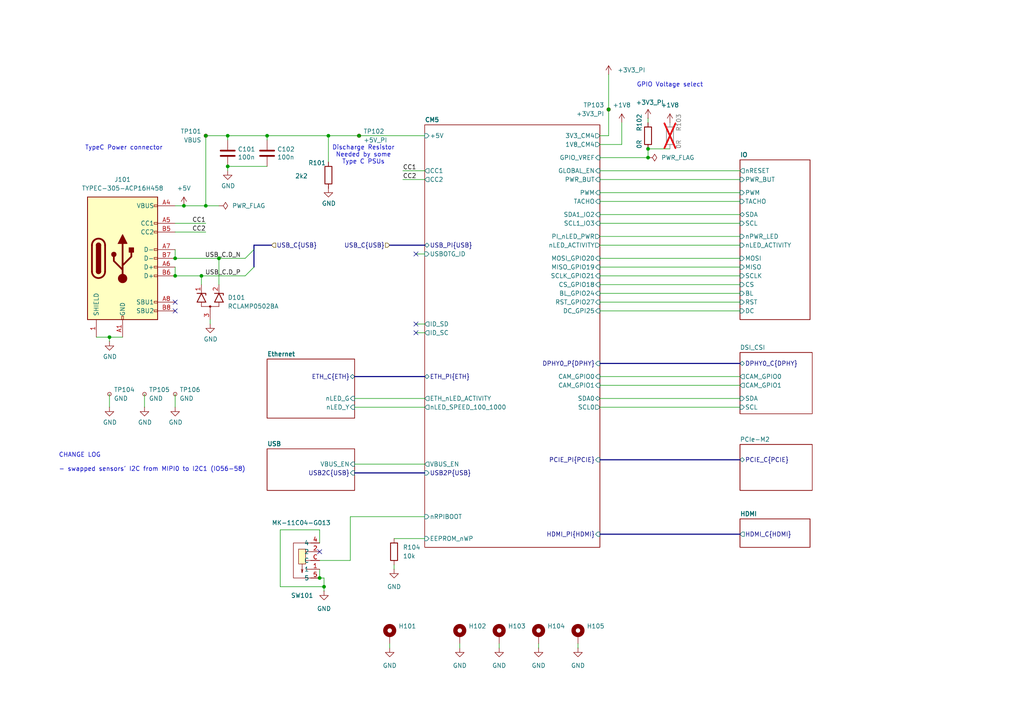
<source format=kicad_sch>
(kicad_sch (version 20250114) (generator "eeschema") (generator_version "9.0")
  (paper "A4")
  (title_block (title "CM5 MINIMA") (date "2025-06-04") (rev "3.1") (company "Pierluigi Colangeli"))
  (bus_alias "USB" (members "D_P" "D_N"))
  (polyline (pts (xy 237.7016 179.0314) (xy 237.7079 179.0318) (xy 237.7141 179.0324) (xy 237.7202 179.0334) (xy 237.7261 179.0345) (xy 237.732 179.036) (xy 237.7377 179.0377) (xy 237.7433 179.0396) (xy 237.7488 179.0418) (xy 237.7542 179.0443) (xy 237.7595 179.047) (xy 237.7646 179.05) (xy 237.7697 179.0533) (xy 237.7746 179.0568) (xy 237.7794 179.0606) (xy 237.7841 179.0646) (xy 237.7888 179.0687) (xy 237.7932 179.0731) (xy 237.7973 179.0777) (xy 237.8011 179.0827) (xy 237.8046 179.0879) (xy 237.8078 179.0935) (xy 237.8106 179.0993) (xy 237.8132 179.1054) (xy 237.8155 179.1118) (xy 237.8175 179.1185) (xy 237.8192 179.1254) (xy 237.8205 179.1327) (xy 237.8216 179.1403) (xy 237.8223 179.1481) (xy 237.8228 179.1562) (xy 237.8229 179.1647) (xy 237.823 179.861) (xy 237.8228 179.8694) (xy 237.8223 179.8776) (xy 237.8216 179.8855) (xy 237.8205 179.8931) (xy 237.8192 179.9004) (xy 237.8175 179.9075) (xy 237.8155 179.9142) (xy 237.8132 179.9208) (xy 237.8106 179.927) (xy 237.8078 179.9329) (xy 237.8046 179.9386) (xy 237.8011 179.944) (xy 237.7973 179.9492) (xy 237.7932 179.954) (xy 237.7888 179.9586) (xy 237.7841 179.9629) (xy 237.7794 179.9667) (xy 237.7746 179.9703) (xy 237.7697 179.9736) (xy 237.7646 179.9767) (xy 237.7595 179.9795) (xy 237.7542 179.9821) (xy 237.7488 179.9844) (xy 237.7433 179.9865) (xy 237.7377 179.9884) (xy 237.732 179.99) (xy 237.7261 179.9913) (xy 237.7202 179.9924) (xy 237.7141 179.9933) (xy 237.7079 179.9939) (xy 237.7016 179.9943) (xy 237.6952 179.9944) (xy 237.6887 179.9943) (xy 237.6824 179.9939) (xy 237.6762 179.9933) (xy 237.67 179.9924) (xy 237.664 179.9913) (xy 237.6581 179.99) (xy 237.6523 179.9884) (xy 237.6465 179.9865) (xy 237.6409 179.9844) (xy 237.6354 179.9821) (xy 237.63 179.9795) (xy 237.6246 179.9767) (xy 237.6194 179.9736) (xy 237.6143 179.9703) (xy 237.6093 179.9667) (xy 237.6044 179.9629) (xy 237.5999 179.9586) (xy 237.5957 179.954) (xy 237.5918 179.9492) (xy 237.5882 179.944) (xy 237.5849 179.9386) (xy 237.5818 179.9329) (xy 237.5791 179.927) (xy 237.5766 179.9207) (xy 237.5745 179.9142) (xy 237.5726 179.9075) (xy 237.571 179.9004) (xy 237.5697 179.8931) (xy 237.5687 179.8855) (xy 237.568 179.8776) (xy 237.5675 179.8694) (xy 237.5674 179.861) (xy 237.5674 179.1647) (xy 237.5675 179.1562) (xy 237.568 179.1481) (xy 237.5687 179.1403) (xy 237.5697 179.1327) (xy 237.571 179.1254) (xy 237.5726 179.1185) (xy 237.5745 179.1118) (xy 237.5766 179.1054) (xy 237.5791 179.0993) (xy 237.5818 179.0935) (xy 237.5849 179.0879) (xy 237.5882 179.0827) (xy 237.5918 179.0777) (xy 237.5957 179.0731) (xy 237.5999 179.0687) (xy 237.6044 179.0646) (xy 237.6093 179.0606) (xy 237.6143 179.0568) (xy 237.6194 179.0533) (xy 237.6246 179.05) (xy 237.63 179.047) (xy 237.6354 179.0443) (xy 237.6409 179.0418) (xy 237.6465 179.0396) (xy 237.6523 179.0377) (xy 237.6581 179.036) (xy 237.664 179.0345) (xy 237.67 179.0334) (xy 237.6762 179.0324) (xy 237.6824 179.0318) (xy 237.6887 179.0314) (xy 237.6952 179.0313) (xy 237.7016 179.0314)) (stroke (width -0.0001) (type solid)) (fill (type color)))
  (polyline (pts (xy 238.6932 171.1995) (xy 238.7003 171.2065) (xy 238.7218 171.2335) (xy 238.7519 171.2762) (xy 238.7892 171.3328) (xy 238.8326 171.4012) (xy 238.8809 171.4797) (xy 238.9328 171.5663) (xy 238.9871 171.6591) (xy 239.1919 172.0127) (xy 239.309 172.2137) (xy 239.7666 172.9993) (xy 240.6353 174.4937) (xy 241.576 176.1112) (xy 242.3871 177.5053) (xy 243.069 178.676) (xy 243.4726 179.3692) (xy 243.5892 179.5695) (xy 243.8841 180.0767) (xy 243.9316 180.1591) (xy 243.976 180.2372) (xy 244.0162 180.3093) (xy 244.0513 180.3735) (xy 244.0802 180.4281) (xy 244.1021 180.4712) (xy 244.1101 180.4878) (xy 244.116 180.501) (xy 244.1196 180.5104) (xy 244.1208 180.5157) (xy 243.715 180.5314) (xy 242.4689 180.5455) (xy 237.286 180.5702) (xy 230.4512 180.5925) (xy 230.2082 180.1722) (xy 230.6666 180.1722) (xy 231.4258 180.1722) (xy 231.6148 180.1722) (xy 231.6148 178.8535) (xy 231.7982 178.8535) (xy 231.7982 180.1722) (xy 232.3612 180.1722) (xy 232.3612 179.9833) (xy 231.9871 179.9833) (xy 231.9871 179.5962) (xy 232.313 179.5962) (xy 232.313 179.4184) (xy 231.9871 179.4184) (xy 231.9871 179.0313) (xy 232.3612 179.0313) (xy 232.3612 178.8535) (xy 232.4834 178.8535) (xy 232.4834 180.1722) (xy 232.6723 180.1722) (xy 232.6723 179.6091) (xy 232.7853 179.6091) (xy 232.9612 180.1722) (xy 233.1613 180.1722) (xy 232.9575 179.5703) (xy 232.9687 179.5639) (xy 232.9793 179.5573) (xy 232.9896 179.5504) (xy 232.9994 179.5433) (xy 233.0088 179.5359) (xy 233.0178 179.5283) (xy 233.0263 179.5205) (xy 233.0344 179.5124) (xy 233.0421 179.504) (xy 233.0493 179.4954) (xy 233.0561 179.4866) (xy 233.0624 179.4775) (xy 233.0683 179.4682) (xy 233.0738 179.4586) (xy 233.0789 179.4488) (xy 233.0835 179.4388) (xy 233.088 179.4284) (xy 233.0922 179.4178) (xy 233.0961 179.407) (xy 233.0997 179.3958) (xy 233.103 179.3844) (xy 233.1061 179.3727) (xy 233.1088 179.3607) (xy 233.1113 179.3484) (xy 233.1134 179.3359) (xy 233.1153 179.3231) (xy 233.1169 179.31) (xy 233.1182 179.2967) (xy 233.1192 179.2831) (xy 233.1199 179.2692) (xy 233.1203 179.255) (xy 233.1205 179.2405) (xy 233.1202 179.2167) (xy 233.1192 179.1937) (xy 233.1176 179.1714) (xy 233.1153 179.1498) (xy 233.1123 179.129) (xy 233.1088 179.109) (xy 233.1045 179.0897) (xy 233.0997 179.0712) (xy 233.0941 179.0534) (xy 233.0879 179.0364) (xy 233.0811 179.0202) (xy 233.0736 179.0047) (xy 233.0655 178.9899) (xy 233.0567 178.9759) (xy 233.0473 178.9627) (xy 233.0372 178.9502) (xy 233.0264 178.9385) (xy 233.015 178.9276) (xy 233.003 178.9173) (xy 232.9903 178.9079) (xy 232.9769 178.8992) (xy 232.9629 178.8913) (xy 232.9483 178.8841) (xy 232.933 178.8777) (xy 232.917 178.872) (xy 232.9004 178.8671) (xy 232.8832 178.8629) (xy 232.8653 178.8595) (xy 232.8467 178.8569) (xy 232.8275 178.855) (xy 232.8077 178.8538) (xy 232.7873 178.8535) (xy 233.2724 178.8535) (xy 233.2724 180.1722) (xy 233.8355 180.1722) (xy 233.8355 179.9833) (xy 233.4613 179.9833) (xy 233.4613 179.8758) (xy 233.9576 179.8758) (xy 233.9577 179.8839) (xy 233.958 179.8919) (xy 233.9585 179.8998) (xy 233.9591 179.9077) (xy 233.96 179.9154) (xy 233.961 179.9231) (xy 233.9623 179.9308) (xy 233.9637 179.9383) (xy 233.9653 179.9458) (xy 233.9671 179.9532) (xy 233.9691 179.9606) (xy 233.9712 179.9678) (xy 233.9736 179.975) (xy 233.9761 179.9822) (xy 233.9789 179.9892) (xy 233.9818 179.9962) (xy 233.9849 180.0029) (xy 233.9881 180.0094) (xy 233.9915 180.0159) (xy 233.995 180.0224) (xy 233.9986 180.0287) (xy 234.0024 180.0349) (xy 234.0064 180.0411) (xy 234.0105 180.0471) (xy 234.0147 180.0531) (xy 234.0191 180.059) (xy 234.0236 180.0648) (xy 234.0283 180.0705) (xy 234.0331 180.0761) (xy 234.0381 180.0817) (xy 234.0432 180.0871) (xy 234.0484 180.0925) (xy 234.0538 180.0978) (xy 234.0592 180.1029) (xy 234.0648 180.1078) (xy 234.0704 180.1127) (xy 234.0761 180.1173) (xy 234.0819 180.1219) (xy 234.0878 180.1263) (xy 234.0938 180.1305) (xy 234.0999 180.1346) (xy 234.106 180.1386) (xy 234.1123 180.1424) (xy 234.1186 180.146) (xy 234.125 180.1496) (xy 234.1315 180.1529) (xy 234.1381 180.1562) (xy 234.1447 180.1592) (xy 234.1517 180.1622) (xy 234.1587 180.1649) (xy 234.1658 180.1674) (xy 234.173 180.1698) (xy 234.1802 180.1719) (xy 234.1875 180.1739) (xy 234.1948 180.1757) (xy 234.2022 180.1773) (xy 234.2096 180.1787) (xy 234.2171 180.1799) (xy 234.2247 180.181) (xy 234.2323 180.1818) (xy 234.2399 180.1825) (xy 234.2477 180.1829) (xy 234.2555 180.1832) (xy 234.2633 180.1833) (xy 234.2711 180.1832) (xy 234.2789 180.1829) (xy 234.2866 180.1825) (xy 234.2943 180.1818) (xy 234.3019 180.181) (xy 234.3095 180.1799) (xy 234.317 180.1787) (xy 234.3244 180.1773) (xy 234.3318 180.1757) (xy 234.3391 180.1739) (xy 234.3455 180.1722) (xy 234.7522 180.1722) (xy 234.9411 180.1722) (xy 234.9411 179.1647) (xy 235.1134 179.1647) (xy 235.1134 179.861) (xy 235.1135 179.8713) (xy 235.1138 179.8815) (xy 235.1143 179.8914) (xy 235.1151 179.9012) (xy 235.1161 179.9107) (xy 235.1173 179.9201) (xy 235.1187 179.9293) (xy 235.1203 179.9383) (xy 235.1222 179.9471) (xy 235.1242 179.9558) (xy 235.1265 179.9642) (xy 235.129 179.9725) (xy 235.1317 179.9805) (xy 235.1346 179.9884) (xy 235.1378 179.9961) (xy 235.1411 180.0036) (xy 235.1447 180.0109) (xy 235.1484 180.0181) (xy 235.1522 180.0251) (xy 235.1562 180.032) (xy 235.1603 180.0387) (xy 235.1646 180.0452) (xy 235.169 180.0516) (xy 235.1735 180.0578) (xy 235.1782 180.0639) (xy 235.1831 180.0698) (xy 235.1881 180.0755) (xy 235.1932 180.0811) (xy 235.1985 180.0865) (xy 235.2039 180.0918) (xy 235.2095 180.0969) (xy 235.2152 180.1018) (xy 235.2208 180.1068) (xy 235.2265 180.1117) (xy 235.2323 180.1164) (xy 235.2381 180.1209) (xy 235.2441 180.1253) (xy 235.2501 180.1295) (xy 235.2562 180.1335) (xy 235.2624 180.1374) (xy 235.2687 180.1412) (xy 235.2751 180.1447) (xy 235.2816 180.1482) (xy 235.2881 180.1514) (xy 235.2948 180.1545) (xy 235.3015 180.1575) (xy 235.3083 180.1602) (xy 235.3152 180.1629) (xy 235.3296 180.1676) (xy 235.3439 180.1718) (xy 235.3511 180.1736) (xy 235.3583 180.1753) (xy 235.3655 180.1768) (xy 235.3726 180.1782) (xy 235.3798 180.1794) (xy 235.387 180.1804) (xy 235.3942 180.1813) (xy 235.4014 180.182) (xy 235.4085 180.1826) (xy 235.4157 180.183) (xy 235.4229 180.1832) (xy 235.4301 180.1833) (xy 235.4372 180.1832) (xy 235.4444 180.183) (xy 235.4515 180.1826) (xy 235.4587 180.182) (xy 235.4658 180.1813) (xy 235.4729 180.1804) (xy 235.4799 180.1794) (xy 235.487 180.1782) (xy 235.4941 180.1768) (xy 235.5011 180.1753) (xy 235.5081 180.1736) (xy 235.5136 180.1722) (xy 235.919 180.1722) (xy 236.108 180.1722) (xy 236.108 179.8721) (xy 236.6247 179.8721) (xy 236.6248 179.8833) (xy 236.6251 179.8943) (xy 236.6257 179.905) (xy 236.6264 179.9155) (xy 236.6274 179.9258) (xy 236.6286 179.9358) (xy 236.63 179.9455) (xy 236.6316 179.955) (xy 236.6335 179.9643) (xy 236.6355 179.9733) (xy 236.6378 179.982) (xy 236.6403 179.9905) (xy 236.643 179.9988) (xy 236.646 180.0068) (xy 236.6491 180.0146) (xy 236.6525 180.0221) (xy 236.6562 180.0292) (xy 236.6601 180.0362) (xy 236.6641 180.043) (xy 236.6682 180.0496) (xy 236.6724 180.056) (xy 236.6768 180.0623) (xy 236.6812 180.0685) (xy 236.6858 180.0744) (xy 236.6905 180.0803) (xy 236.6953 180.0859) (xy 236.7002 180.0914) (xy 236.7052 180.0968) (xy 236.7104 180.102) (xy 236.7157 180.107) (xy 236.721 180.1119) (xy 236.7265 180.1166) (xy 236.7321 180.1211) (xy 236.7378 180.1255) (xy 236.7436 180.1297) (xy 236.7495 180.1337) (xy 236.7554 180.1376) (xy 236.7614 180.1412) (xy 236.7676 180.1447) (xy 236.7738 180.1481) (xy 236.7801 180.1512) (xy 236.7864 180.1542) (xy 236.7929 180.157) (xy 236.7995 180.1597) (xy 236.8061 180.1621) (xy 236.8128 180.1644) (xy 236.8197 180.1665) (xy 236.8266 180.1685) (xy 236.8404 180.1719) (xy 236.8542 180.1749) (xy 236.868 180.1775) (xy 236.8816 180.1796) (xy 236.8953 180.1812) (xy 236.9088 180.1824) (xy 236.9223 180.1831) (xy 236.9358 180.1833) (xy 236.9436 180.1832) (xy 236.9514 180.1829) (xy 236.9591 180.1825) (xy 236.9667 180.1818) (xy 236.9742 180.181) (xy 236.9817 180.1799) (xy 236.9891 180.1787) (xy 236.9964 180.1773) (xy 237.0037 180.1757) (xy 237.0109 180.1739) (xy 237.018 180.1719) (xy 237.025 180.1698) (xy 237.032 180.1674) (xy 237.0389 180.1649) (xy 237.0457 180.1622) (xy 237.0525 180.1592) (xy 237.0593 180.1559) (xy 237.0661 180.1525) (xy 237.0728 180.1489) (xy 237.0793 180.1452) (xy 237.0857 180.1414) (xy 237.092 180.1374) (xy 237.0982 180.1334) (xy 237.1043 180.1291) (xy 237.1103 180.1248) (xy 237.1161 180.1203) (xy 237.1219 180.1157) (xy 237.1275 180.111) (xy 237.133 180.1061) (xy 237.1383 180.1011) (xy 237.1436 180.096) (xy 237.1488 180.0907) (xy 237.1538 180.0853) (xy 237.1587 180.0799) (xy 237.1634 180.0743) (xy 237.168 180.0687) (xy 237.1724 180.063) (xy 237.1767 180.0572) (xy 237.1809 180.0513) (xy 237.1849 180.0453) (xy 237.1888 180.0393) (xy 237.1925 180.0331) (xy 237.1961 180.0269) (xy 237.1995 180.0205) (xy 237.2028 180.0141) (xy 237.206 180.0076) (xy 237.2089 180.0011) (xy 237.2118 179.9944) (xy 237.2147 179.9874) (xy 237.2174 179.9804) (xy 237.22 179.9734) (xy 237.2223 179.9663) (xy 237.2245 179.9591) (xy 237.2265 179.9519) (xy 237.2282 179.9447) (xy 237.2298 179.9374) (xy 237.2313 179.9301) (xy 237.2325 179.9228) (xy 237.2335 179.9154) (xy 237.2344 179.9079) (xy 237.235 179.9004) (xy 237.2355 179.8929) (xy 237.2358 179.8853) (xy 237.2359 179.8777) (xy 237.2359 179.7962) (xy 237.0469 179.7962) (xy 237.0469 179.861) (xy 237.0469 179.8658) (xy 237.0468 179.8705) (xy 237.0465 179.8751) (xy 237.0462 179.8796) (xy 237.0459 179.884) (xy 237.0454 179.8883) (xy 237.0448 179.8926) (xy 237.0442 179.8967) (xy 237.0434 179.9007) (xy 237.0426 179.9046) (xy 237.0417 179.9084) (xy 237.0407 179.9121) (xy 237.0396 179.9157) (xy 237.0384 179.9191) (xy 237.0372 179.9225) (xy 237.0358 179.9258) (xy 237.0344 179.929) (xy 237.033 179.9321) (xy 237.0315 179.9352) (xy 237.0299 179.9381) (xy 237.0283 179.941) (xy 237.0267 179.9437) (xy 237.025 179.9464) (xy 237.0233 179.949) (xy 237.0216 179.9515) (xy 237.0198 179.9539) (xy 237.0179 179.9563) (xy 237.016 179.9585) (xy 237.0141 179.9607) (xy 237.0121 179.9627) (xy 237.0101 179.9647) (xy 237.0081 179.9666) (xy 237.0057 179.9684) (xy 237.0034 179.9702) (xy 237.001 179.9719) (xy 236.9986 179.9736) (xy 236.9961 179.9751) (xy 236.9936 179.9767) (xy 236.9911 179.9781) (xy 236.9886 179.9795) (xy 236.986 179.9809) (xy 236.9834 179.9822) (xy 236.9808 179.9834) (xy 236.9782 179.9846) (xy 236.9755 179.9857) (xy 236.9728 179.9868) (xy 236.97 179.9878) (xy 236.9673 179.9888) (xy 236.9622 179.9901) (xy 236.9572 179.9912) (xy 236.9522 179.9922) (xy 236.9474 179.993) (xy 236.9425 179.9936) (xy 236.9378 179.994) (xy 236.933 179.9943) (xy 236.9284 179.9944) (xy 236.9204 179.9942) (xy 236.9128 179.9938) (xy 236.9054 179.993) (xy 236.8984 179.992) (xy 236.8917 179.9906) (xy 236.8852 179.9889) (xy 236.8821 179.988) (xy 236.8791 179.9869) (xy 236.8762 179.9858) (xy 236.8733 179.9847) (xy 236.8705 179.9834) (xy 236.8678 179.9821) (xy 236.8651 179.9807) (xy 236.8626 179.9792) (xy 236.8601 179.9776) (xy 236.8577 179.976) (xy 236.8553 179.9743) (xy 236.8531 179.9725) (xy 236.8509 179.9707) (xy 236.8488 179.9687) (xy 236.8467 179.9667) (xy 236.8448 179.9646) (xy 236.8429 179.9624) (xy 236.8411 179.9602) (xy 236.8393 179.9579) (xy 236.8377 179.9555) (xy 236.8348 179.9506) (xy 236.832 179.9455) (xy 236.8295 179.9403) (xy 236.8271 179.9349) (xy 236.825 179.9294) (xy 236.823 179.9237) (xy 236.8212 179.9179) (xy 236.8196 179.912) (xy 236.8182 179.9059) (xy 236.817 179.8996) (xy 236.816 179.8933) (xy 236.8151 179.8867) (xy 236.8145 179.8801) (xy 236.814 179.8733) (xy 236.8137 179.8663) (xy 236.8136 179.8592) (xy 236.8136 179.185) (xy 236.8137 179.1768) (xy 236.814 179.1687) (xy 236.8144 179.1608) (xy 236.815 179.1532) (xy 236.8158 179.1457) (xy 236.8167 179.1384) (xy 236.8178 179.1313) (xy 236.8191 179.1244) (xy 236.8206 179.1176) (xy 236.8223 179.1111) (xy 236.8241 179.1047) (xy 236.8261 179.0986) (xy 236.8282 179.0926) (xy 236.8306 179.0868) (xy 236.8331 179.0812) (xy 236.8358 179.0758) (xy 236.839 179.0704) (xy 236.8425 179.0653) (xy 236.8464 179.0606) (xy 236.8507 179.0563) (xy 236.8554 179.0523) (xy 236.8604 179.0487) (xy 236.8657 179.0454) (xy 236.8715 179.0424) (xy 236.8775 179.0398) (xy 236.884 179.0375) (xy 236.8908 179.0356) (xy 236.898 179.034) (xy 236.9055 179.0328) (xy 236.9134 179.032) (xy 236.9217 179.0314) (xy 236.9303 179.0313) (xy 236.9369 179.0314) (xy 236.9434 179.0319) (xy 236.9496 179.0327) (xy 236.9557 179.0338) (xy 236.9617 179.0353) (xy 236.9674 179.037) (xy 236.973 179.0391) (xy 236.9784 179.0415) (xy 236.9837 179.0442) (xy 236.9887 179.0472) (xy 236.9936 179.0506) (xy 236.9983 179.0542) (xy 237.0029 179.0582) (xy 237.0073 179.0625) (xy 237.0114 179.0671) (xy 237.0155 179.072) (xy 237.0193 179.0772) (xy 237.0228 179.0825) (xy 237.0262 179.0879) (xy 237.0292 179.0933) (xy 237.0321 179.099) (xy 237.0346 179.1047) (xy 237.037 179.1105) (xy 237.0391 179.1165) (xy 237.0409 179.1226) (xy 237.0425 179.1288) (xy 237.0439 179.1351) (xy 237.045 179.1415) (xy 237.0458 179.148) (xy 237.0464 179.1547) (xy 237.0468 179.1615) (xy 237.0469 179.1684) (xy 237.0469 179.2313) (xy 237.2359 179.2313) (xy 237.2359 179.1647) (xy 237.3785 179.1647) (xy 237.3785 179.861) (xy 237.3786 179.8713) (xy 237.3789 179.8815) (xy 237.3794 179.8914) (xy 237.3802 179.9012) (xy 237.3812 179.9107) (xy 237.3824 179.9201) (xy 237.3838 179.9293) (xy 237.3854 179.9383) (xy 237.3872 179.9471) (xy 237.3893 179.9558) (xy 237.3916 179.9642) (xy 237.3941 179.9725) (xy 237.3968 179.9805) (xy 237.3997 179.9884) (xy 237.4029 179.9961) (xy 237.4062 180.0036) (xy 237.4098 180.0109) (xy 237.4135 180.0181) (xy 237.4173 180.0251) (xy 237.4213 180.032) (xy 237.4254 180.0387) (xy 237.4297 180.0452) (xy 237.4341 180.0516) (xy 237.4386 180.0578) (xy 237.4433 180.0639) (xy 237.4482 180.0698) (xy 237.4532 180.0755) (xy 237.4583 180.0811) (xy 237.4636 180.0865) (xy 237.469 180.0918) (xy 237.4746 180.0969) (xy 237.4803 180.1018) (xy 237.4859 180.1068) (xy 237.4916 180.1117) (xy 237.4974 180.1164) (xy 237.5032 180.1209) (xy 237.5092 180.1253) (xy 237.5152 180.1295) (xy 237.5213 180.1335) (xy 237.5275 180.1374) (xy 237.5338 180.1412) (xy 237.5402 180.1447) (xy 237.5467 180.1482) (xy 237.5532 180.1514) (xy 237.5599 180.1545) (xy 237.5666 180.1575) (xy 237.5734 180.1602) (xy 237.5803 180.1629) (xy 237.5947 180.1676) (xy 237.609 180.1718) (xy 237.6162 180.1736) (xy 237.6234 180.1753) (xy 237.6306 180.1768) (xy 237.6377 180.1782) (xy 237.6449 180.1794) (xy 237.6521 180.1804) (xy 237.6593 180.1813) (xy 237.6665 180.182) (xy 237.6736 180.1826) (xy 237.6808 180.183) (xy 237.688 180.1832) (xy 237.6952 180.1833) (xy 237.7023 180.1832) (xy 237.7095 180.183) (xy 237.7166 180.1826) (xy 237.7238 180.182) (xy 237.7309 180.1813) (xy 237.738 180.1804) (xy 237.745 180.1794) (xy 237.7521 180.1782) (xy 237.7592 180.1768) (xy 237.7662 180.1753) (xy 237.7732 180.1736) (xy 237.7787 180.1722) (xy 238.1785 180.1722) (xy 238.7416 180.1722) (xy 238.7787 180.1722) (xy 238.9676 180.1722) (xy 239.0231 179.8888) (xy 239.2806 179.8888) (xy 239.3361 180.1722) (xy 239.525 180.1722) (xy 239.2306 178.8535) (xy 239.6102 178.8535) (xy 239.6102 180.1722) (xy 239.7991 180.1722) (xy 239.7991 179.3794) (xy 239.8028 179.3794) (xy 240.0918 180.1722) (xy 240.2695 180.1722) (xy 240.2695 179.861) (xy 240.4288 179.861) (xy 240.4289 179.8713) (xy 240.4292 179.8815) (xy 240.4298 179.8914) (xy 240.4305 179.9012) (xy 240.4315 179.9107) (xy 240.4327 179.9201) (xy 240.4341 179.9293) (xy 240.4358 179.9383) (xy 240.4376 179.9471) (xy 240.4397 179.9558) (xy 240.442 179.9642) (xy 240.4445 179.9725) (xy 240.4472 179.9805) (xy 240.4501 179.9884) (xy 240.4533 179.9961) (xy 240.4567 180.0036) (xy 240.4602 180.0109) (xy 240.4639 180.0181) (xy 240.4677 180.0251) (xy 240.4717 180.032) (xy 240.4758 180.0387) (xy 240.4801 180.0452) (xy 240.4845 180.0516) (xy 240.4891 180.0578) (xy 240.4938 180.0639) (xy 240.4986 180.0698) (xy 240.5036 180.0755) (xy 240.5087 180.0811) (xy 240.514 180.0865) (xy 240.5194 180.0918) (xy 240.525 180.0969) (xy 240.5307 180.1018) (xy 240.5363 180.1068) (xy 240.542 180.1117) (xy 240.5478 180.1164) (xy 240.5536 180.1209) (xy 240.5596 180.1253) (xy 240.5656 180.1295) (xy 240.5717 180.1335) (xy 240.5779 180.1374) (xy 240.5842 180.1412) (xy 240.5906 180.1447) (xy 240.5971 180.1482) (xy 240.6036 180.1514) (xy 240.6103 180.1545) (xy 240.617 180.1575) (xy 240.6238 180.1602) (xy 240.6307 180.1629) (xy 240.6451 180.1676) (xy 240.6594 180.1718) (xy 240.6666 180.1736) (xy 240.6738 180.1753) (xy 240.6809 180.1768) (xy 240.6881 180.1782) (xy 240.6953 180.1794) (xy 240.7025 180.1804) (xy 240.7096 180.1813) (xy 240.7168 180.182) (xy 240.724 180.1826) (xy 240.7311 180.183) (xy 240.7383 180.1832) (xy 240.7455 180.1833) (xy 240.7527 180.1832) (xy 240.7598 180.183) (xy 240.767 180.1826) (xy 240.7741 180.182) (xy 240.7812 180.1813) (xy 240.7883 180.1804) (xy 240.7954 180.1794) (xy 240.8025 180.1782) (xy 240.8095 180.1768) (xy 240.8166 180.1753) (xy 240.8236 180.1736) (xy 240.8291 180.1722) (xy 241.229 180.1722) (xy 241.792 180.1722) (xy 241.9142 180.1722) (xy 242.4772 180.1722) (xy 242.605 180.1722) (xy 242.7939 180.1722) (xy 242.7939 178.8535) (xy 242.605 178.8535) (xy 242.605 180.1722) (xy 242.4772 180.1722) (xy 242.4772 179.9833) (xy 242.1031 179.9833) (xy 242.1031 178.8535) (xy 241.9142 178.8535) (xy 241.9142 180.1722) (xy 241.792 180.1722) (xy 241.792 179.9833) (xy 241.4179 179.9833) (xy 241.4179 179.5962) (xy 241.7438 179.5962) (xy 241.7438 179.4184) (xy 241.4179 179.4184) (xy 241.4179 179.0313) (xy 241.792 179.0313) (xy 241.792 178.8535) (xy 241.229 178.8535) (xy 241.229 180.1722) (xy 240.8291 180.1722) (xy 240.8306 180.1718) (xy 240.8376 180.1698) (xy 240.8446 180.1676) (xy 240.8516 180.1653) (xy 240.8585 180.1629) (xy 240.8657 180.1602) (xy 240.8727 180.1574) (xy 240.8797 180.1545) (xy 240.8866 180.1514) (xy 240.8933 180.1482) (xy 240.9 180.1447) (xy 240.9067 180.1412) (xy 240.9132 180.1374) (xy 240.9196 180.1335) (xy 240.926 180.1295) (xy 240.9322 180.1253) (xy 240.9384 180.1209) (xy 240.9445 180.1164) (xy 240.9505 180.1117) (xy 240.9564 180.1068) (xy 240.9623 180.1018) (xy 240.9678 180.0969) (xy 240.9731 180.0918) (xy 240.9783 180.0865) (xy 240.9834 180.0811) (xy 240.9884 180.0755) (xy 240.9932 180.0698) (xy 240.9979 180.0639) (xy 241.0025 180.0578) (xy 241.007 180.0516) (xy 241.0113 180.0452) (xy 241.0155 180.0387) (xy 241.0195 180.032) (xy 241.0234 180.0251) (xy 241.0272 180.0181) (xy 241.0309 180.0109) (xy 241.0344 180.0036) (xy 241.0378 179.9961) (xy 241.0409 179.9884) (xy 241.0439 179.9805) (xy 241.0466 179.9725) (xy 241.0491 179.9642) (xy 241.0514 179.9558) (xy 241.0535 179.9471) (xy 241.0553 179.9383) (xy 241.0569 179.9293) (xy 241.0584 179.9201) (xy 241.0596 179.9107) (xy 241.0605 179.9012) (xy 241.0613 179.8914) (xy 241.0618 179.8815) (xy 241.0622 179.8713) (xy 241.0623 179.861) (xy 241.0623 179.4462) (xy 240.7233 179.4462) (xy 240.7233 179.6128) (xy 240.8734 179.6128) (xy 240.8734 179.861) (xy 240.8732 179.8694) (xy 240.8728 179.8776) (xy 240.872 179.8855) (xy 240.8709 179.8931) (xy 240.8696 179.9004) (xy 240.8679 179.9075) (xy 240.8659 179.9142) (xy 240.8636 179.9207) (xy 240.861 179.927) (xy 240.8581 179.9329) (xy 240.8549 179.9386) (xy 240.8514 179.944) (xy 240.8476 179.9492) (xy 240.8435 179.954) (xy 240.8391 179.9586) (xy 240.8344 179.9629) (xy 240.8297 179.9667) (xy 240.8249 179.9703) (xy 240.82 179.9736) (xy 240.8149 179.9767) (xy 240.8098 179.9795) (xy 240.8045 179.9821) (xy 240.7991 179.9844) (xy 240.7937 179.9865) (xy 240.788 179.9884) (xy 240.7823 179.99) (xy 240.7765 179.9913) (xy 240.7705 179.9924) (xy 240.7644 179.9933) (xy 240.7582 179.9939) (xy 240.7519 179.9943) (xy 240.7455 179.9944) (xy 240.7391 179.9943) (xy 240.7327 179.9939) (xy 240.7265 179.9933) (xy 240.7204 179.9924) (xy 240.7144 179.9913) (xy 240.7084 179.99) (xy 240.7026 179.9884) (xy 240.6969 179.9865) (xy 240.6913 179.9844) (xy 240.6858 179.9821) (xy 240.6804 179.9795) (xy 240.675 179.9767) (xy 240.6698 179.9736) (xy 240.6647 179.9703) (xy 240.6597 179.9667) (xy 240.6548 179.9629) (xy 240.6503 179.9586) (xy 240.6461 179.954) (xy 240.6422 179.9492) (xy 240.6386 179.944) (xy 240.6353 179.9386) (xy 240.6322 179.9329) (xy 240.6295 179.927) (xy 240.627 179.9207) (xy 240.6248 179.9142) (xy 240.6229 179.9075) (xy 240.6213 179.9004) (xy 240.62 179.8931) (xy 240.619 179.8855) (xy 240.6183 179.8776) (xy 240.6179 179.8694) (xy 240.6177 179.861) (xy 240.6177 179.1647) (xy 240.6179 179.1562) (xy 240.6183 179.1481) (xy 240.619 179.1403) (xy 240.62 179.1327) (xy 240.6213 179.1254) (xy 240.6229 179.1185) (xy 240.6248 179.1118) (xy 240.627 179.1054) (xy 240.6295 179.0993) (xy 240.6322 179.0935) (xy 240.6353 179.0879) (xy 240.6386 179.0827) (xy 240.6422 179.0777) (xy 240.6461 179.0731) (xy 240.6503 179.0687) (xy 240.6548 179.0646) (xy 240.6597 179.0606) (xy 240.6647 179.0568) (xy 240.6698 179.0533) (xy 240.675 179.05) (xy 240.6804 179.047) (xy 240.6858 179.0443) (xy 240.6913 179.0418) (xy 240.6969 179.0396) (xy 240.7026 179.0377) (xy 240.7084 179.036) (xy 240.7144 179.0345) (xy 240.7204 179.0334) (xy 240.7265 179.0324) (xy 240.7327 179.0318) (xy 240.7391 179.0314) (xy 240.7455 179.0313) (xy 240.7519 179.0314) (xy 240.7582 179.0318) (xy 240.7644 179.0324) (xy 240.7705 179.0334) (xy 240.7765 179.0345) (xy 240.7823 179.036) (xy 240.788 179.0377) (xy 240.7937 179.0396) (xy 240.7991 179.0418) (xy 240.8045 179.0443) (xy 240.8098 179.047) (xy 240.8149 179.05) (xy 240.82 179.0533) (xy 240.8249 179.0568) (xy 240.8297 179.0606) (xy 240.8344 179.0646) (xy 240.8391 179.0687) (xy 240.8435 179.0731) (xy 240.8476 179.0777) (xy 240.8514 179.0827) (xy 240.8549 179.0879) (xy 240.8581 179.0935) (xy 240.861 179.0993) (xy 240.8636 179.1054) (xy 240.8659 179.1118) (xy 240.8679 179.1185) (xy 240.8696 179.1254) (xy 240.8709 179.1327) (xy 240.872 179.1403) (xy 240.8728 179.1481) (xy 240.8732 179.1562) (xy 240.8734 179.1647) (xy 240.8734 179.2313) (xy 241.0623 179.2313) (xy 241.0623 179.1647) (xy 241.0622 179.1548) (xy 241.0619 179.145) (xy 241.0613 179.1354) (xy 241.0605 179.126) (xy 241.0596 179.1167) (xy 241.0584 179.1075) (xy 241.0569 179.0985) (xy 241.0553 179.0896) (xy 241.0535 179.0809) (xy 241.0514 179.0723) (xy 241.0491 179.0639) (xy 241.0466 179.0556) (xy 241.0439 179.0474) (xy 241.0409 179.0394) (xy 241.0378 179.0316) (xy 241.0344 179.0238) (xy 241.0309 179.0163) (xy 241.0272 179.0089) (xy 241.0234 179.0016) (xy 241.0195 178.9946) (xy 241.0155 178.9876) (xy 241.0113 178.9809) (xy 241.007 178.9743) (xy 241.0025 178.9678) (xy 240.9979 178.9616) (xy 240.9932 178.9554) (xy 240.9884 178.9495) (xy 240.9834 178.9437) (xy 240.9783 178.938) (xy 240.9731 178.9325) (xy 240.9678 178.9272) (xy 240.9623 178.922) (xy 240.9564 178.9172) (xy 240.9505 178.9126) (xy 240.9445 178.9081) (xy 240.9384 178.9037) (xy 240.9322 178.8995) (xy 240.926 178.8955) (xy 240.9196 178.8915) (xy 240.9132 178.8878) (xy 240.9067 178.8841) (xy 240.9 178.8807) (xy 240.8933 178.8773) (xy 240.8866 178.8741) (xy 240.8797 178.8711) (xy 240.8727 178.8682) (xy 240.8657 178.8654) (xy 240.8585 178.8628) (xy 240.8516 178.8603) (xy 240.8446 178.858) (xy 240.8376 178.8559) (xy 240.8306 178.8539) (xy 240.8236 178.852) (xy 240.8166 178.8504) (xy 240.8095 178.8488) (xy 240.8025 178.8475) (xy 240.7954 178.8463) (xy 240.7883 178.8452) (xy 240.7812 178.8444) (xy 240.7741 178.8436) (xy 240.767 178.8431) (xy 240.7598 178.8427) (xy 240.7527 178.8424) (xy 240.7455 178.8423) (xy 240.7383 178.8424) (xy 240.7311 178.8427) (xy 240.724 178.8431) (xy 240.7168 178.8436) (xy 240.7096 178.8444) (xy 240.7025 178.8452) (xy 240.6953 178.8463) (xy 240.6881 178.8475) (xy 240.6809 178.8488) (xy 240.6738 178.8504) (xy 240.6666 178.852) (xy 240.6594 178.8539) (xy 240.6451 178.858) (xy 240.6307 178.8628) (xy 240.6238 178.8654) (xy 240.617 178.8682) (xy 240.6103 178.8711) (xy 240.6037 178.8741) (xy 240.5971 178.8773) (xy 240.5906 178.8807) (xy 240.5842 178.8841) (xy 240.578 178.8878) (xy 240.5717 178.8915) (xy 240.5656 178.8955) (xy 240.5596 178.8995) (xy 240.5536 178.9037) (xy 240.5478 178.9081) (xy 240.542 178.9126) (xy 240.5363 178.9172) (xy 240.5307 178.922) (xy 240.525 178.9272) (xy 240.5194 178.9325) (xy 240.514 178.938) (xy 240.5087 178.9437) (xy 240.5036 178.9495) (xy 240.4986 178.9554) (xy 240.4938 178.9616) (xy 240.4891 178.9678) (xy 240.4845 178.9743) (xy 240.4801 178.9809) (xy 240.4758 178.9876) (xy 240.4717 178.9946) (xy 240.4677 179.0016) (xy 240.4639 179.0089) (xy 240.4602 179.0163) (xy 240.4567 179.0238) (xy 240.4533 179.0316) (xy 240.4501 179.0394) (xy 240.4472 179.0474) (xy 240.4445 179.0556) (xy 240.442 179.0639) (xy 240.4397 179.0723) (xy 240.4376 179.0809) (xy 240.4358 179.0896) (xy 240.4341 179.0985) (xy 240.4327 179.1075) (xy 240.4315 179.1167) (xy 240.4305 179.126) (xy 240.4298 179.1354) (xy 240.4292 179.145) (xy 240.4289 179.1548) (xy 240.4288 179.1647) (xy 240.4288 179.861) (xy 240.2695 179.861) (xy 240.2695 178.8535) (xy 240.0806 178.8535) (xy 240.0806 179.648) (xy 240.0769 179.648) (xy 239.7917 178.8535) (xy 239.6102 178.8535) (xy 239.2306 178.8535) (xy 239.0731 178.8535) (xy 238.7787 180.1722) (xy 238.7416 180.1722) (xy 238.7416 179.9833) (xy 238.3675 179.9833) (xy 238.3675 178.8535) (xy 238.1785 178.8535) (xy 238.1785 180.1722) (xy 237.7787 180.1722) (xy 237.7802 180.1718) (xy 237.7872 180.1698) (xy 237.7942 180.1676) (xy 237.8012 180.1653) (xy 237.8081 180.1629) (xy 237.8153 180.1602) (xy 237.8223 180.1575) (xy 237.8293 180.1545) (xy 237.8361 180.1514) (xy 237.8429 180.1482) (xy 237.8496 180.1447) (xy 237.8562 180.1412) (xy 237.8628 180.1374) (xy 237.8692 180.1335) (xy 237.8756 180.1295) (xy 237.8818 180.1253) (xy 237.888 180.1209) (xy 237.8941 180.1164) (xy 237.9001 180.1117) (xy 237.906 180.1068) (xy 237.9118 180.1018) (xy 237.9173 180.0969) (xy 237.9227 180.0918) (xy 237.9279 180.0865) (xy 237.933 180.0811) (xy 237.938 180.0755) (xy 237.9428 180.0698) (xy 237.9476 180.0639) (xy 237.9521 180.0578) (xy 237.9566 180.0516) (xy 237.9609 180.0452) (xy 237.9651 180.0387) (xy 237.9692 180.032) (xy 237.9731 180.0251) (xy 237.9769 180.0181) (xy 237.9806 180.0109) (xy 237.9841 180.0036) (xy 237.9875 179.9961) (xy 237.9906 179.9884) (xy 237.9935 179.9805) (xy 237.9963 179.9725) (xy 237.9987 179.9642) (xy 238.001 179.9558) (xy 238.0031 179.9471) (xy 238.0049 179.9383) (xy 238.0066 179.9293) (xy 238.008 179.9201) (xy 238.0092 179.9107) (xy 238.0101 179.9012) (xy 238.0109 179.8914) (xy 238.0114 179.8815) (xy 238.0118 179.8713) (xy 238.0119 179.861) (xy 238.0119 179.1647) (xy 238.0118 179.1548) (xy 238.0114 179.145) (xy 238.0109 179.1354) (xy 238.0101 179.126) (xy 238.0092 179.1167) (xy 238.008 179.1075) (xy 238.0066 179.0985) (xy 238.0049 179.0896) (xy 238.0031 179.0809) (xy 238.001 179.0723) (xy 237.9987 179.0639) (xy 237.9963 179.0556) (xy 237.9935 179.0474) (xy 237.9906 179.0394) (xy 237.9875 179.0316) (xy 237.9841 179.0238) (xy 237.9806 179.0163) (xy 237.9769 179.0089) (xy 237.9731 179.0016) (xy 237.9692 178.9946) (xy 237.9651 178.9876) (xy 237.9609 178.9809) (xy 237.9566 178.9743) (xy 237.9521 178.9678) (xy 237.9476 178.9616) (xy 237.9428 178.9554) (xy 237.938 178.9495) (xy 237.933 178.9437) (xy 237.9279 178.938) (xy 237.9227 178.9325) (xy 237.9173 178.9272) (xy 237.9118 178.922) (xy 237.906 178.9172) (xy 237.9001 178.9126) (xy 237.8941 178.9081) (xy 237.888 178.9037) (xy 237.8818 178.8995) (xy 237.8756 178.8955) (xy 237.8692 178.8915) (xy 237.8628 178.8878) (xy 237.8562 178.8841) (xy 237.8496 178.8807) (xy 237.8429 178.8773) (xy 237.8361 178.8741) (xy 237.8293 178.8711) (xy 237.8223 178.8682) (xy 237.8153 178.8654) (xy 237.8081 178.8628) (xy 237.8012 178.8603) (xy 237.7942 178.858) (xy 237.7872 178.8559) (xy 237.7802 178.8539) (xy 237.7732 178.852) (xy 237.7662 178.8504) (xy 237.7592 178.8488) (xy 237.7521 178.8475) (xy 237.745 178.8463) (xy 237.738 178.8452) (xy 237.7309 178.8444) (xy 237.7238 178.8436) (xy 237.7166 178.8431) (xy 237.7095 178.8427) (xy 237.7023 178.8424) (xy 237.6952 178.8423) (xy 237.688 178.8424) (xy 237.6808 178.8427) (xy 237.6736 178.8431) (xy 237.6665 178.8436) (xy 237.6593 178.8444) (xy 237.6521 178.8452) (xy 237.6449 178.8463) (xy 237.6377 178.8475) (xy 237.6306 178.8488) (xy 237.6234 178.8504) (xy 237.6162 178.852) (xy 237.609 178.8539) (xy 237.5947 178.858) (xy 237.5803 178.8628) (xy 237.5734 178.8654) (xy 237.5666 178.8682) (xy 237.5599 178.8711) (xy 237.5532 178.8741) (xy 237.5467 178.8773) (xy 237.5402 178.8807) (xy 237.5338 178.8841) (xy 237.5275 178.8878) (xy 237.5213 178.8915) (xy 237.5152 178.8955) (xy 237.5092 178.8995) (xy 237.5032 178.9037) (xy 237.4974 178.9081) (xy 237.4916 178.9126) (xy 237.4859 178.9172) (xy 237.4803 178.922) (xy 237.4746 178.9272) (xy 237.469 178.9325) (xy 237.4636 178.938) (xy 237.4583 178.9437) (xy 237.4532 178.9495) (xy 237.4482 178.9554) (xy 237.4433 178.9616) (xy 237.4386 178.9678) (xy 237.4341 178.9743) (xy 237.4297 178.9809) (xy 237.4254 178.9876) (xy 237.4213 178.9946) (xy 237.4173 179.0016) (xy 237.4135 179.0089) (xy 237.4098 179.0163) (xy 237.4062 179.0238) (xy 237.4029 179.0316) (xy 237.3997 179.0394) (xy 237.3968 179.0474) (xy 237.3941 179.0556) (xy 237.3916 179.0639) (xy 237.3893 179.0723) (xy 237.3872 179.0809) (xy 237.3854 179.0896) (xy 237.3838 179.0985) (xy 237.3824 179.1075) (xy 237.3812 179.1167) (xy 237.3802 179.126) (xy 237.3794 179.1354) (xy 237.3789 179.145) (xy 237.3786 179.1548) (xy 237.3785 179.1647) (xy 237.2359 179.1647) (xy 237.2359 179.1572) (xy 237.2358 179.1487) (xy 237.2355 179.1403) (xy 237.235 179.1319) (xy 237.2344 179.1237) (xy 237.2335 179.1155) (xy 237.2325 179.1074) (xy 237.2313 179.0994) (xy 237.2298 179.0915) (xy 237.2282 179.0836) (xy 237.2265 179.0759) (xy 237.2245 179.0682) (xy 237.2223 179.0607) (xy 237.22 179.0532) (xy 237.2174 179.0458) (xy 237.2147 179.0385) (xy 237.2118 179.0313) (xy 237.2089 179.0239) (xy 237.206 179.0167) (xy 237.2028 179.0096) (xy 237.1995 179.0027) (xy 237.1961 178.9959) (xy 237.1925 178.9892) (xy 237.1888 178.9826) (xy 237.1849 178.9762) (xy 237.1809 178.9699) (xy 237.1767 178.9637) (xy 237.1724 178.9577) (xy 237.168 178.9518) (xy 237.1634 178.946) (xy 237.1587 178.9403) (xy 237.1538 178.9348) (xy 237.1488 178.9294) (xy 237.1382 178.9189) (xy 237.1271 178.909) (xy 237.1158 178.8998) (xy 237.104 178.8913) (xy 237.0918 178.8835) (xy 237.0792 178.8764) (xy 237.0663 178.8699) (xy 237.0529 178.8641) (xy 237.0392 178.859) (xy 237.0251 178.8546) (xy 237.0105 178.8509) (xy 236.9956 178.8478) (xy 236.9803 178.8454) (xy 236.9646 178.8437) (xy 236.9486 178.8427) (xy 236.9321 178.8423) (xy 236.9236 178.8424) (xy 236.9151 178.8427) (xy 236.9068 178.8432) (xy 236.8985 178.8439) (xy 236.8904 178.8447) (xy 236.8823 178.8458) (xy 236.8743 178.847) (xy 236.8664 178.8484) (xy 236.8585 178.85) (xy 236.8508 178.8518) (xy 236.8432 178.8538) (xy 236.8356 178.856) (xy 236.8281 178.8583) (xy 236.8207 178.8608) (xy 236.8134 178.8636) (xy 236.8062 178.8665) (xy 236.7993 178.8693) (xy 236.7925 178.8723) (xy 236.7859 178.8755) (xy 236.7793 178.8788) (xy 236.7729 178.8822) (xy 236.7666 178.8858) (xy 236.7604 178.8895) (xy 236.7543 178.8933) (xy 236.7484 178.8973) (xy 236.7425 178.9015) (xy 236.7368 178.9058) (xy 236.7312 178.9102) (xy 236.7257 178.9148) (xy 236.7203 178.9195) (xy 236.715 178.9244) (xy 236.7099 178.9294) (xy 236.7049 178.9346) (xy 236.7 178.9399) (xy 236.6953 178.9452) (xy 236.6907 178.9507) (xy 236.6862 178.9563) (xy 236.6819 178.9621) (xy 236.6778 178.9679) (xy 236.6737 178.9739) (xy 236.6699 178.98) (xy 236.6662 178.9862) (xy 236.6626 178.9925) (xy 236.6591 178.9989) (xy 236.6559 179.0054) (xy 236.6527 179.0121) (xy 236.6497 179.0189) (xy 236.6469 179.0257) (xy 236.6442 179.0327) (xy 236.6417 179.0398) (xy 236.6393 179.0469) (xy 236.6371 179.0541) (xy 236.6352 179.0614) (xy 236.6333 179.0687) (xy 236.6317 179.0761) (xy 236.6302 179.0836) (xy 236.6289 179.0912) (xy 236.6278 179.0988) (xy 236.6269 179.1065) (xy 236.6261 179.1143) (xy 236.6255 179.1221) (xy 236.625 179.1301) (xy 236.6248 179.138) (xy 236.6247 179.1461) (xy 236.6247 179.8721) (xy 236.108 179.8721) (xy 236.108 178.8535) (xy 235.9191 178.8535) (xy 235.919 180.1722) (xy 235.5136 180.1722) (xy 235.5151 180.1718) (xy 235.5221 180.1698) (xy 235.5291 180.1676) (xy 235.5361 180.1653) (xy 235.543 180.1629) (xy 235.5502 180.1602) (xy 235.5572 180.1575) (xy 235.5642 180.1545) (xy 235.571 180.1514) (xy 235.5778 180.1482) (xy 235.5845 180.1447) (xy 235.5911 180.1412) (xy 235.5977 180.1374) (xy 235.6041 180.1335) (xy 235.6105 180.1295) (xy 235.6167 180.1253) (xy 235.6229 180.1209) (xy 235.629 180.1164) (xy 235.635 180.1117) (xy 235.6409 180.1068) (xy 235.6468 180.1018) (xy 235.6522 180.0969) (xy 235.6576 180.0918) (xy 235.6628 180.0865) (xy 235.6679 180.0811) (xy 235.6729 180.0755) (xy 235.6778 180.0698) (xy 235.6825 180.0639) (xy 235.687 180.0578) (xy 235.6915 180.0516) (xy 235.6958 180.0452) (xy 235.7 180.0387) (xy 235.7041 180.032) (xy 235.708 180.0251) (xy 235.7118 180.0181) (xy 235.7155 180.0109) (xy 235.719 180.0036) (xy 235.7224 179.9961) (xy 235.7255 179.9884) (xy 235.7284 179.9805) (xy 235.7312 179.9725) (xy 235.7337 179.9642) (xy 235.7359 179.9558) (xy 235.738 179.9471) (xy 235.7398 179.9383) (xy 235.7415 179.9293) (xy 235.7429 179.9201) (xy 235.7441 179.9107) (xy 235.745 179.9012) (xy 235.7458 179.8914) (xy 235.7463 179.8815) (xy 235.7467 179.8713) (xy 235.7468 179.861) (xy 235.7468 179.4462) (xy 235.4078 179.4462) (xy 235.4078 179.6128) (xy 235.5579 179.6128) (xy 235.5579 179.861) (xy 235.5577 179.8694) (xy 235.5572 179.8776) (xy 235.5565 179.8855) (xy 235.5554 179.8931) (xy 235.5541 179.9004) (xy 235.5524 179.9075) (xy 235.5504 179.9142) (xy 235.5481 179.9208) (xy 235.5456 179.927) (xy 235.5427 179.9329) (xy 235.5395 179.9386) (xy 235.536 179.944) (xy 235.5322 179.9492) (xy 235.5281 179.954) (xy 235.5237 179.9586) (xy 235.519 179.9629) (xy 235.5143 179.9667) (xy 235.5095 179.9703) (xy 235.5046 179.9736) (xy 235.4995 179.9767) (xy 235.4944 179.9795) (xy 235.4891 179.9821) (xy 235.4837 179.9844) (xy 235.4782 179.9865) (xy 235.4726 179.9884) (xy 235.4669 179.99) (xy 235.461 179.9913) (xy 235.4551 179.9924) (xy 235.449 179.9933) (xy 235.4428 179.9939) (xy 235.4365 179.9943) (xy 235.4301 179.9944) (xy 235.4236 179.9943) (xy 235.4173 179.9939) (xy 235.4111 179.9933) (xy 235.4049 179.9924) (xy 235.3989 179.9913) (xy 235.393 179.99) (xy 235.3872 179.9884) (xy 235.3814 179.9865) (xy 235.3758 179.9844) (xy 235.3703 179.9821) (xy 235.3649 179.9795) (xy 235.3595 179.9767) (xy 235.3543 179.9736) (xy 235.3492 179.9703) (xy 235.3442 179.9667) (xy 235.3393 179.9629) (xy 235.3348 179.9586) (xy 235.3306 179.954) (xy 235.3267 179.9492) (xy 235.3231 179.944) (xy 235.3198 179.9386) (xy 235.3167 179.9329) (xy 235.314 179.927) (xy 235.3115 179.9208) (xy 235.3094 179.9142) (xy 235.3075 179.9075) (xy 235.3059 179.9004) (xy 235.3046 179.8931) (xy 235.3036 179.8855) (xy 235.3029 179.8776) (xy 235.3024 179.8694) (xy 235.3023 179.861) (xy 235.3023 179.1647) (xy 235.3024 179.1562) (xy 235.3029 179.1481) (xy 235.3036 179.1403) (xy 235.3046 179.1327) (xy 235.3059 179.1254) (xy 235.3075 179.1185) (xy 235.3094 179.1118) (xy 235.3115 179.1054) (xy 235.314 179.0993) (xy 235.3167 179.0935) (xy 235.3198 179.0879) (xy 235.3231 179.0827) (xy 235.3267 179.0777) (xy 235.3306 179.0731) (xy 235.3348 179.0687) (xy 235.3393 179.0646) (xy 235.3442 179.0606) (xy 235.3492 179.0568) (xy 235.3543 179.0533) (xy 235.3595 179.05) (xy 235.3649 179.047) (xy 235.3703 179.0443) (xy 235.3758 179.0418) (xy 235.3814 179.0396) (xy 235.3872 179.0377) (xy 235.393 179.036) (xy 235.3989 179.0345) (xy 235.4049 179.0334) (xy 235.4111 179.0324) (xy 235.4173 179.0318) (xy 235.4236 179.0314) (xy 235.4301 179.0313) (xy 235.4365 179.0314) (xy 235.4428 179.0318) (xy 235.449 179.0324) (xy 235.4551 179.0334) (xy 235.461 179.0345) (xy 235.4669 179.036) (xy 235.4726 179.0377) (xy 235.4782 179.0396) (xy 235.4837 179.0418) (xy 235.4891 179.0443) (xy 235.4944 179.047) (xy 235.4995 179.05) (xy 235.5046 179.0533) (xy 235.5095 179.0568) (xy 235.5143 179.0606) (xy 235.519 179.0646) (xy 235.5237 179.0687) (xy 235.5281 179.0731) (xy 235.5322 179.0777) (xy 235.536 179.0827) (xy 235.5395 179.0879) (xy 235.5427 179.0935) (xy 235.5456 179.0993) (xy 235.5481 179.1054) (xy 235.5504 179.1118) (xy 235.5524 179.1185) (xy 235.5541 179.1254) (xy 235.5554 179.1327) (xy 235.5565 179.1403) (xy 235.5572 179.1481) (xy 235.5577 179.1562) (xy 235.5579 179.1647) (xy 235.5579 179.2313) (xy 235.7468 179.2313) (xy 235.7468 179.1647) (xy 235.7467 179.1548) (xy 235.7463 179.145) (xy 235.7458 179.1354) (xy 235.745 179.126) (xy 235.7441 179.1167) (xy 235.7429 179.1075) (xy 235.7415 179.0985) (xy 235.7398 179.0896) (xy 235.738 179.0809) (xy 235.7359 179.0723) (xy 235.7337 179.0639) (xy 235.7312 179.0556) (xy 235.7284 179.0474) (xy 235.7255 179.0394) (xy 235.7224 179.0316) (xy 235.719 179.0238) (xy 235.7155 179.0163) (xy 235.7118 179.0089) (xy 235.708 179.0016) (xy 235.7041 178.9946) (xy 235.7 178.9876) (xy 235.6958 178.9809) (xy 235.6915 178.9743) (xy 235.687 178.9678) (xy 235.6825 178.9616) (xy 235.6778 178.9554) (xy 235.6729 178.9495) (xy 235.6679 178.9437) (xy 235.6628 178.938) (xy 235.6576 178.9325) (xy 235.6522 178.9272) (xy 235.6468 178.922) (xy 235.6409 178.9172) (xy 235.635 178.9126) (xy 235.629 178.9081) (xy 235.6229 178.9037) (xy 235.6167 178.8995) (xy 235.6105 178.8955) (xy 235.6041 178.8915) (xy 235.5977 178.8878) (xy 235.5911 178.8841) (xy 235.5845 178.8807) (xy 235.5778 178.8773) (xy 235.571 178.8741) (xy 235.5642 178.8711) (xy 235.5572 178.8682) (xy 235.5502 178.8654) (xy 235.543 178.8628) (xy 235.5361 178.8603) (xy 235.5291 178.858) (xy 235.5221 178.8559) (xy 235.5151 178.8539) (xy 235.5081 178.852) (xy 235.5011 178.8504) (xy 235.4941 178.8488) (xy 235.487 178.8475) (xy 235.4799 178.8463) (xy 235.4729 178.8452) (xy 235.4658 178.8444) (xy 235.4587 178.8436) (xy 235.4515 178.8431) (xy 235.4444 178.8427) (xy 235.4372 178.8424) (xy 235.4301 178.8423) (xy 235.4229 178.8424) (xy 235.4157 178.8427) (xy 235.4085 178.8431) (xy 235.4014 178.8436) (xy 235.3942 178.8444) (xy 235.387 178.8452) (xy 235.3798 178.8463) (xy 235.3726 178.8475) (xy 235.3655 178.8488) (xy 235.3583 178.8504) (xy 235.3511 178.852) (xy 235.3439 178.8539) (xy 235.3296 178.858) (xy 235.3152 178.8628) (xy 235.3083 178.8654) (xy 235.3015 178.8682) (xy 235.2948 178.8711) (xy 235.2881 178.8741) (xy 235.2816 178.8773) (xy 235.2751 178.8807) (xy 235.2687 178.8841) (xy 235.2624 178.8878) (xy 235.2562 178.8915) (xy 235.2501 178.8955) (xy 235.2441 178.8995) (xy 235.2381 178.9037) (xy 235.2323 178.9081) (xy 235.2265 178.9126) (xy 235.2208 178.9172) (xy 235.2152 178.922) (xy 235.2095 178.9272) (xy 235.2039 178.9325) (xy 235.1985 178.938) (xy 235.1932 178.9437) (xy 235.1881 178.9495) (xy 235.1831 178.9554) (xy 235.1782 178.9616) (xy 235.1735 178.9678) (xy 235.169 178.9743) (xy 235.1646 178.9809) (xy 235.1603 178.9876) (xy 235.1562 178.9946) (xy 235.1522 179.0016) (xy 235.1484 179.0089) (xy 235.1447 179.0163) (xy 235.1411 179.0238) (xy 235.1378 179.0316) (xy 235.1346 179.0394) (xy 235.1317 179.0474) (xy 235.129 179.0556) (xy 235.1265 179.0639) (xy 235.1242 179.0723) (xy 235.1222 179.0809) (xy 235.1203 179.0896) (xy 235.1187 179.0985) (xy 235.1173 179.1075) (xy 235.1161 179.1167) (xy 235.1151 179.126) (xy 235.1143 179.1354) (xy 235.1138 179.145) (xy 235.1135 179.1548) (xy 235.1134 179.1647) (xy 234.9411 179.1647) (xy 234.9411 178.8535) (xy 234.7522 178.8535) (xy 234.7522 180.1722) (xy 234.3455 180.1722) (xy 234.3463 180.1719) (xy 234.3535 180.1698) (xy 234.3607 180.1674) (xy 234.3678 180.1649) (xy 234.3748 180.1622) (xy 234.3818 180.1592) (xy 234.3887 180.1562) (xy 234.3955 180.1529) (xy 234.4021 180.1496) (xy 234.4087 180.146) (xy 234.4152 180.1424) (xy 234.4216 180.1386) (xy 234.4279 180.1346) (xy 234.4341 180.1305) (xy 234.4402 180.1263) (xy 234.4462 180.1219) (xy 234.4521 180.1173) (xy 234.4579 180.1127) (xy 234.4635 180.1078) (xy 234.4691 180.1029) (xy 234.4746 180.0978) (xy 234.48 180.0925) (xy 234.4852 180.0871) (xy 234.4903 180.0817) (xy 234.4952 180.0761) (xy 234.5 180.0705) (xy 234.5046 180.0648) (xy 234.5091 180.059) (xy 234.5134 180.0531) (xy 234.5175 180.0471) (xy 234.5215 180.0411) (xy 234.5253 180.0349) (xy 234.5289 180.0287) (xy 234.5324 180.0224) (xy 234.5358 180.0159) (xy 234.5389 180.0094) (xy 234.542 180.0029) (xy 234.5448 179.9962) (xy 234.5477 179.9892) (xy 234.5505 179.9822) (xy 234.553 179.975) (xy 234.5553 179.9678) (xy 234.5575 179.9606) (xy 234.5595 179.9532) (xy 234.5613 179.9458) (xy 234.5629 179.9383) (xy 234.5643 179.9308) (xy 234.5655 179.9231) (xy 234.5665 179.9154) (xy 234.5674 179.9077) (xy 234.568 179.8998) (xy 234.5685 179.8919) (xy 234.5688 179.8839) (xy 234.5689 179.8758) (xy 234.5689 178.8535) (xy 234.38 178.8535) (xy 234.38 179.8573) (xy 234.3798 179.8659) (xy 234.3794 179.8743) (xy 234.3788 179.8824) (xy 234.3779 179.8902) (xy 234.3767 179.8977) (xy 234.3753 179.9049) (xy 234.3736 179.9118) (xy 234.3716 179.9184) (xy 234.3694 179.9247) (xy 234.3669 179.9308) (xy 234.3642 179.9366) (xy 234.3612 179.942) (xy 234.3579 179.9472) (xy 234.3544 179.9521) (xy 234.3506 179.9567) (xy 234.3466 179.961) (xy 234.3424 179.9651) (xy 234.338 179.9688) (xy 234.3335 179.9723) (xy 234.3289 179.9756) (xy 234.3241 179.9786) (xy 234.3193 179.9813) (xy 234.3142 179.9838) (xy 234.3091 179.986) (xy 234.3038 179.988) (xy 234.2984 179.9897) (xy 234.2929 179.9911) (xy 234.2873 179.9923) (xy 234.2815 179.9932) (xy 234.2755 179.9939) (xy 234.2695 179.9943) (xy 234.2633 179.9944) (xy 234.2571 179.9943) (xy 234.2511 179.9939) (xy 234.2451 179.9932) (xy 234.2393 179.9923) (xy 234.2337 179.9911) (xy 234.2281 179.9897) (xy 234.2227 179.988) (xy 234.2174 179.986) (xy 234.2123 179.9838) (xy 234.2073 179.9813) (xy 234.2024 179.9786) (xy 234.1976 179.9756) (xy 234.193 179.9723) (xy 234.1885 179.9688) (xy 234.1841 179.9651) (xy 234.1799 179.961) (xy 234.1759 179.9567) (xy 234.1721 179.9521) (xy 234.1686 179.9472) (xy 234.1653 179.942) (xy 234.1623 179.9366) (xy 234.1596 179.9308) (xy 234.1571 179.9247) (xy 234.1549 179.9184) (xy 234.1529 179.9118) (xy 234.1512 179.9049) (xy 234.1498 179.8977) (xy 234.1486 179.8902) (xy 234.1477 179.8824) (xy 234.1471 179.8743) (xy 234.1467 179.8659) (xy 234.1465 179.8573) (xy 234.1465 178.8535) (xy 233.9576 178.8535) (xy 233.9576 179.8758) (xy 233.4613 179.8758) (xy 233.4613 178.8535) (xy 233.2724 178.8535) (xy 232.7873 178.8535) (xy 232.7871 178.8535) (xy 232.4834 178.8535) (xy 232.3612 178.8535) (xy 231.7982 178.8535) (xy 231.6148 178.8535) (xy 231.4258 178.8535) (xy 231.4258 180.1722) (xy 230.6666 180.1722) (xy 230.8554 180.1722) (xy 230.8554 179.6572) (xy 230.9517 179.6572) (xy 230.9647 179.6571) (xy 230.9775 179.6567) (xy 230.9899 179.656) (xy 231.002 179.655) (xy 231.0137 179.6538) (xy 231.0252 179.6523) (xy 231.0363 179.6505) (xy 231.0471 179.6485) (xy 231.0576 179.6461) (xy 231.0678 179.6435) (xy 231.0777 179.6406) (xy 231.0872 179.6375) (xy 231.0964 179.634) (xy 231.1053 179.6303) (xy 231.1139 179.6263) (xy 231.1222 179.6221) (xy 231.1302 179.6173) (xy 231.138 179.6124) (xy 231.1456 179.6072) (xy 231.1529 179.6018) (xy 231.1601 179.5962) (xy 231.1671 179.5904) (xy 231.1739 179.5844) (xy 231.1805 179.5781) (xy 231.1868 179.5716) (xy 231.193 179.5649) (xy 231.199 179.558) (xy 231.2048 179.5509) (xy 231.2103 179.5436) (xy 231.2157 179.536) (xy 231.2208 179.5282) (xy 231.2258 179.5202) (xy 231.2299 179.5135) (xy 231.2338 179.5067) (xy 231.2375 179.4998) (xy 231.241 179.4929) (xy 231.2443 179.4859) (xy 231.2475 179.4789) (xy 231.2504 179.4718) (xy 231.2532 179.4647) (xy 231.2557 179.4575) (xy 231.2581 179.4502) (xy 231.2603 179.4429) (xy 231.2623 179.4355) (xy 231.2642 179.428) (xy 231.2658 179.4206) (xy 231.2672 179.413) (xy 231.2685 179.4054) (xy 231.2711 179.3897) (xy 231.2733 179.3731) (xy 231.2752 179.3556) (xy 231.2768 179.3373) (xy 231.278 179.3181) (xy 231.2788 179.2981) (xy 231.2794 179.2772) (xy 231.2795 179.2554) (xy 231.2792 179.2265) (xy 231.2784 179.1992) (xy 231.2769 179.1735) (xy 231.2749 179.1493) (xy 231.2723 179.1268) (xy 231.2692 179.1057) (xy 231.2674 179.0958) (xy 231.2654 179.0863) (xy 231.2633 179.0771) (xy 231.2611 179.0683) (xy 231.2586 179.0596) (xy 231.256 179.051) (xy 231.2531 179.0426) (xy 231.25 179.0343) (xy 231.2466 179.0262) (xy 231.243 179.0182) (xy 231.2392 179.0103) (xy 231.2351 179.0026) (xy 231.2308 178.995) (xy 231.2263 178.9876) (xy 231.2216 178.9803) (xy 231.2166 178.9732) (xy 231.2114 178.9662) (xy 231.2059 178.9593) (xy 231.2002 178.9526) (xy 231.1943 178.9461) (xy 231.1883 178.9397) (xy 231.1821 178.9336) (xy 231.1759 178.9277) (xy 231.1696 178.9221) (xy 231.1632 178.9167) (xy 231.1567 178.9116) (xy 231.1501 178.9067) (xy 231.1434 178.9021) (xy 231.1366 178.8977) (xy 231.1298 178.8935) (xy 231.1229 178.8896) (xy 231.1158 178.886) (xy 231.1087 178.8826) (xy 231.1015 178.8794) (xy 231.0943 178.8765) (xy 231.0869 178.8738) (xy 231.0794 178.8714) (xy 231.0718 178.869) (xy 231.0561 178.8649) (xy 231.0399 178.8614) (xy 231.023 178.8586) (xy 231.0056 178.8563) (xy 230.9876 178.8547) (xy 230.9691 178.8538) (xy 230.9499 178.8535) (xy 230.6666 178.8535) (xy 230.6666 180.1722) (xy 230.2082 180.1722) (xy 230.0726 179.9378) (xy 229.7822 179.4346) (xy 229.6155 179.1444) (xy 229.5732 179.0709) (xy 229.5158 178.9731) (xy 229.3864 178.756) (xy 229.3561 178.7051) (xy 229.3279 178.6562) (xy 229.3023 178.6106) (xy 229.28 178.5692) (xy 229.2616 178.5334) (xy 229.254 178.518) (xy 229.2476 178.5044) (xy 229.2426 178.4927) (xy 229.2388 178.4831) (xy 229.2365 178.4758) (xy 229.2357 178.4709) (xy 229.5213 178.4534) (xy 230.462 178.4394) (xy 234.8105 178.4175) (xy 237.7635 178.4064) (xy 238.7422 178.4008) (xy 239.446 178.3946) (xy 239.9178 178.3872) (xy 240.0799 178.383) (xy 240.2001 178.3782) (xy 240.2836 178.3729) (xy 240.3358 178.367) (xy 240.3518 178.3638) (xy 240.362 178.3605) (xy 240.367 178.3569) (xy 240.3676 178.3532) (xy 240.3604 178.3378) (xy 240.3468 178.3116) (xy 240.3034 178.2323) (xy 240.2437 178.1269) (xy 240.174 178.0066) (xy 239.94 177.6055) (xy 239.8741 177.4911) (xy 239.8167 177.3902) (xy 239.803 177.3663) (xy 239.7894 177.3429) (xy 239.7762 177.3204) (xy 239.7636 177.2995) (xy 239.7522 177.2808) (xy 239.7422 177.2649) (xy 239.734 177.2524) (xy 239.728 177.2438) (xy 239.7215 177.2342) (xy 239.7116 177.2185) (xy 239.6841 177.1723) (xy 239.6494 177.1118) (xy 239.6112 177.0436) (xy 239.4633 176.7836) (xy 239.2392 176.3966) (xy 238.5953 175.2874) (xy 238.3117 174.8006) (xy 238.2058 174.6208) (xy 238.1436 174.5172) (xy 238.1042 174.4524) (xy 238.0603 174.3785) (xy 238.0173 174.3047) (xy 237.9805 174.2399) (xy 237.8609 174.0303) (xy 237.682 173.721) (xy 237.6375 173.6441) (xy 237.5961 173.5714) (xy 237.5585 173.5044) (xy 237.5257 173.445) (xy 237.4986 173.3948) (xy 237.4782 173.3553) (xy 237.4652 173.3284) (xy 237.4618 173.3201) (xy 237.4607 173.3156) (xy 237.4618 173.311) (xy 237.4651 173.3027) (xy 237.478 173.2757) (xy 237.5251 173.1857) (xy 237.5948 173.0589) (xy 237.6801 172.9087) (xy 238.2784 171.8621) (xy 238.3551 171.7286) (xy 238.4279 171.6039) (xy 238.4952 171.491) (xy 238.5551 171.3925) (xy 238.6061 171.3111) (xy 238.6465 171.2496) (xy 238.6622 171.2271) (xy 238.6745 171.2107) (xy 238.6834 171.2005) (xy 238.6865 171.198) (xy 238.6886 171.1971) (xy 238.6932 171.1995)) (stroke (width -0.0001) (type solid)) (fill (type color)))
  (polyline (pts (xy 238.6808 166.4974) (xy 238.6843 166.4992) (xy 238.6886 166.5023) (xy 238.6934 166.5066) (xy 238.6989 166.5122) (xy 238.7049 166.5189) (xy 238.7113 166.5266) (xy 238.7255 166.5449) (xy 238.7408 166.5665) (xy 238.757 166.5908) (xy 238.7734 166.6171) (xy 238.7898 166.6449) (xy 238.8609 166.7691) (xy 238.922 166.8748) (xy 239.4482 167.7807) (xy 239.6534 168.1369) (xy 239.7679 168.3383) (xy 239.7872 168.373) (xy 239.8061 168.4065) (xy 239.8242 168.4381) (xy 239.8409 168.467) (xy 239.8558 168.4923) (xy 239.8684 168.5132) (xy 239.8783 168.5289) (xy 239.8848 168.5385) (xy 239.8908 168.5469) (xy 239.8987 168.559) (xy 239.9193 168.5919) (xy 239.9439 168.6328) (xy 239.9697 168.6771) (xy 240.3185 169.2779) (xy 240.5487 169.6758) (xy 240.6402 169.8356) (xy 240.6992 169.9403) (xy 240.7185 169.975) (xy 240.7375 170.0086) (xy 240.7556 170.0402) (xy 240.7724 170.0692) (xy 240.7874 170.0945) (xy 240.8002 170.1155) (xy 240.8102 170.1312) (xy 240.8169 170.1409) (xy 240.8534 170.1997) (xy 240.935 170.3369) (xy 241.185 170.7647) (xy 241.8743 171.9507) (xy 242.1457 172.4193) (xy 242.2497 172.6006) (xy 242.3134 172.7132) (xy 242.3516 172.7814) (xy 242.3863 172.842) (xy 242.4012 172.8673) (xy 242.4139 172.8882) (xy 242.4237 172.9039) (xy 242.4303 172.9135) (xy 242.4362 172.9219) (xy 242.4442 172.934) (xy 242.4648 172.9669) (xy 242.4894 173.0078) (xy 242.5151 173.0521) (xy 242.7065 173.3844) (xy 242.9176 173.7472) (xy 243.0917 174.0435) (xy 243.1723 174.1767) (xy 243.179 174.1863) (xy 243.189 174.202) (xy 243.2167 174.2482) (xy 243.2516 174.3087) (xy 243.2899 174.3769) (xy 243.4575 174.6708) (xy 243.7289 175.1394) (xy 244.4183 176.3254) (xy 244.5537 176.558) (xy 244.6682 176.7532) (xy 244.7498 176.8905) (xy 244.7744 176.931) (xy 244.7863 176.9493) (xy 244.793 176.959) (xy 244.8029 176.9747) (xy 244.8306 177.021) (xy 244.8653 177.0815) (xy 244.9032 177.1498) (xy 244.9618 177.2542) (xy 245.0527 177.4133) (xy 245.2817 177.8091) (xy 245.5675 178.2989) (xy 245.4626 178.4722) (xy 245.4158 178.5504) (xy 245.3659 178.6354) (xy 245.3188 178.7169) (xy 245.2806 178.7846) (xy 244.8627 179.5188) (xy 244.4405 180.2512) (xy 244.4312 180.2668) (xy 244.4218 180.282) (xy 244.4124 180.2968) (xy 244.4032 180.3111) (xy 244.394 180.3248) (xy 244.3851 180.3378) (xy 244.3764 180.3501) (xy 244.368 180.3615) (xy 244.3601 180.372) (xy 244.3526 180.3815) (xy 244.3456 180.3899) (xy 244.3391 180.3972) (xy 244.3333 180.4031) (xy 244.3282 180.4078) (xy 244.3259 180.4096) (xy 244.3239 180.411) (xy 244.322 180.4121) (xy 244.3203 180.4127) (xy 244.3185 180.4126) (xy 244.3159 180.4112) (xy 244.3088 180.405) (xy 244.2993 180.3943) (xy 244.2875 180.3793) (xy 244.2575 180.3374) (xy 244.2202 180.2814) (xy 244.1767 180.2131) (xy 244.1282 180.1343) (xy 244.0761 180.047) (xy 244.0215 179.953) (xy 243.7154 179.4227) (xy 243.3571 178.8063) (xy 242.497 177.3274) (xy 241.9849 176.4451) (xy 241.6366 175.8485) (xy 241.3424 175.3445) (xy 241.1705 175.0475) (xy 241.0501 174.8396) (xy 240.7049 174.2464) (xy 240.243 173.4531) (xy 239.8356 172.7522) (xy 239.4752 172.1319) (xy 239.3046 171.8401) (xy 239.1792 171.6229) (xy 238.9819 171.2784) (xy 238.955 171.2315) (xy 238.9287 171.1865) (xy 238.9031 171.1436) (xy 238.8784 171.1029) (xy 238.8546 171.0646) (xy 238.832 171.0287) (xy 238.8105 170.9956) (xy 238.7903 170.9652) (xy 238.7714 170.9379) (xy 238.7541 170.9137) (xy 238.7384 170.8928) (xy 238.7243 170.8753) (xy 238.7121 170.8614) (xy 238.7018 170.8513) (xy 238.6974 170.8477) (xy 238.6935 170.8451) (xy 238.6901 170.8436) (xy 238.6873 170.843) (xy 238.6849 170.8431) (xy 238.6824 170.8434) (xy 238.6799 170.8438) (xy 238.6773 170.8444) (xy 238.6747 170.8452) (xy 238.6721 170.8461) (xy 238.6667 170.8484) (xy 238.6612 170.8513) (xy 238.6557 170.8548) (xy 238.6502 170.8587) (xy 238.6447 170.8632) (xy 238.6393 170.8681) (xy 238.634 170.8734) (xy 238.6289 170.8791) (xy 238.624 170.8852) (xy 238.6194 170.8915) (xy 238.615 170.8981) (xy 238.611 170.905) (xy 238.6073 170.912) (xy 238.5474 171.0222) (xy 238.3946 171.2919) (xy 237.7086 172.489) (xy 237.2438 173.3008) (xy 236.4376 174.708) (xy 235.9015 175.6435) (xy 235.7647 175.8832) (xy 234.5333 175.8872) (xy 234.2388 175.8876) (xy 233.9859 175.887) (xy 233.7739 175.8852) (xy 233.602 175.8823) (xy 233.4696 175.8782) (xy 233.418 175.8757) (xy 233.3759 175.8729) (xy 233.3434 175.8698) (xy 233.3202 175.8664) (xy 233.3064 175.8627) (xy 233.303 175.8607) (xy 233.3018 175.8587) (xy 233.3109 175.8318) (xy 233.3381 175.7753) (xy 233.4459 175.5755) (xy 233.6233 175.2626) (xy 233.8686 174.8398) (xy 233.9496 174.7003) (xy 234.03 174.5605) (xy 234.1005 174.4367) (xy 234.1517 174.345) (xy 234.3956 173.9143) (xy 234.7443 173.309) (xy 235.5493 171.9018) (xy 235.562 171.8795) (xy 235.5747 171.8574) (xy 235.5872 171.8361) (xy 235.599 171.8163) (xy 235.6099 171.7985) (xy 235.6194 171.7832) (xy 235.6273 171.7711) (xy 235.6332 171.7627) (xy 235.6397 171.753) (xy 235.6494 171.7372) (xy 235.6766 171.6909) (xy 235.711 171.6302) (xy 235.7487 171.5617) (xy 235.8022 171.4652) (xy 235.8794 171.328) (xy 236.064 171.005) (xy 236.2486 170.682) (xy 236.3259 170.5449) (xy 236.3794 170.4484) (xy 236.4172 170.3799) (xy 236.4515 170.3192) (xy 236.4662 170.2938) (xy 236.4787 170.2728) (xy 236.4884 170.257) (xy 236.4949 170.2473) (xy 236.5008 170.2389) (xy 236.5087 170.2268) (xy 236.5291 170.1937) (xy 236.5534 170.1526) (xy 236.5789 170.1082) (xy 236.9241 169.5051) (xy 237.6209 168.2908) (xy 237.9598 167.6959) (xy 237.9999 167.6248) (xy 238.0522 167.534) (xy 238.1097 167.4353) (xy 238.1657 167.3403) (xy 238.2297 167.2311) (xy 238.3088 167.0939) (xy 238.3929 166.9462) (xy 238.4722 166.8055) (xy 238.4905 166.7732) (xy 238.5085 166.7418) (xy 238.5263 166.7116) (xy 238.5437 166.6828) (xy 238.5605 166.6554) (xy 238.5768 166.6297) (xy 238.5922 166.6057) (xy 238.6069 166.5838) (xy 238.6206 166.5639) (xy 238.6332 166.5463) (xy 238.6447 166.5312) (xy 238.6549 166.5186) (xy 238.6637 166.5088) (xy 238.6675 166.505) (xy 238.671 166.5019) (xy 238.6741 166.4996) (xy 238.6768 166.498) (xy 238.679 166.4973) (xy 238.6808 166.4974)) (stroke (width -0.0001) (type solid)) (fill (type color)))
  (polyline (pts (xy 232.7825 179.0315) (xy 232.7941 179.0321) (xy 232.8051 179.0331) (xy 232.8156 179.0345) (xy 232.8257 179.0363) (xy 232.8353 179.0386) (xy 232.8443 179.0412) (xy 232.8487 179.0427) (xy 232.8529 179.0443) (xy 232.857 179.0459) (xy 232.861 179.0477) (xy 232.8648 179.0496) (xy 232.8686 179.0516) (xy 232.8722 179.0536) (xy 232.8757 179.0558) (xy 232.879 179.0581) (xy 232.8823 179.0605) (xy 232.8854 179.063) (xy 232.8884 179.0655) (xy 232.8913 179.0682) (xy 232.894 179.071) (xy 232.8967 179.0739) (xy 232.8992 179.0769) (xy 232.9015 179.08) (xy 232.9038 179.0832) (xy 232.9058 179.0867) (xy 232.9078 179.0903) (xy 232.9097 179.094) (xy 232.9115 179.0978) (xy 232.9131 179.1016) (xy 232.9148 179.1056) (xy 232.9163 179.1096) (xy 232.9177 179.1137) (xy 232.9191 179.1179) (xy 232.9203 179.1222) (xy 232.9215 179.1266) (xy 232.9226 179.1311) (xy 232.9236 179.1356) (xy 232.9245 179.1403) (xy 232.9253 179.145) (xy 232.9261 179.1498) (xy 232.9274 179.1593) (xy 232.9285 179.1692) (xy 232.9295 179.1794) (xy 232.9302 179.1901) (xy 232.9309 179.2012) (xy 232.9313 179.2127) (xy 232.9316 179.2246) (xy 232.9317 179.2369) (xy 232.9316 179.2492) (xy 232.9313 179.2612) (xy 232.9309 179.2729) (xy 232.9302 179.2841) (xy 232.9295 179.2951) (xy 232.9285 179.3057) (xy 232.9274 179.3159) (xy 232.9261 179.3258) (xy 232.9253 179.3304) (xy 232.9245 179.3349) (xy 232.9236 179.3393) (xy 232.9227 179.3436) (xy 232.9217 179.3479) (xy 232.9206 179.352) (xy 232.9194 179.3561) (xy 232.9182 179.3601) (xy 232.9169 179.3639) (xy 232.9155 179.3677) (xy 232.9141 179.3715) (xy 232.9125 179.3751) (xy 232.9109 179.3786) (xy 232.9093 179.3821) (xy 232.9075 179.3855) (xy 232.9057 179.3888) (xy 232.9036 179.3919) (xy 232.9013 179.3951) (xy 232.899 179.3981) (xy 232.8966 179.401) (xy 232.894 179.4039) (xy 232.8914 179.4066) (xy 232.8886 179.4093) (xy 232.8858 179.4119) (xy 232.8829 179.4144) (xy 232.8798 179.4168) (xy 232.8767 179.4191) (xy 232.8734 179.4213) (xy 232.8701 179.4235) (xy 232.8666 179.4256) (xy 232.8631 179.4275) (xy 232.8594 179.4294) (xy 232.8556 179.431) (xy 232.8517 179.4325) (xy 232.8476 179.4339) (xy 232.8433 179.4351) (xy 232.8389 179.4363) (xy 232.8343 179.4374) (xy 232.8296 179.4383) (xy 232.8247 179.4392) (xy 232.8196 179.44) (xy 232.8144 179.4406) (xy 232.8035 179.4416) (xy 232.7919 179.4423) (xy 232.7797 179.4425) (xy 232.6723 179.4425) (xy 232.6723 179.0313) (xy 232.7705 179.0313) (xy 232.7825 179.0315)) (stroke (width -0.0001) (type solid)) (fill (type color)))
  (polyline (pts (xy 239.2454 179.711) (xy 239.0565 179.711) (xy 239.1491 179.2332) (xy 239.1528 179.2332) (xy 239.2454 179.711)) (stroke (width -0.0001) (type solid)) (fill (type color)))
  (polyline (pts (xy 237.909 166.3703) (xy 238.0251 166.3709) (xy 238.1248 166.372) (xy 238.2095 166.3735) (xy 238.2801 166.3754) (xy 238.3379 166.3779) (xy 238.3623 166.3794) (xy 238.3839 166.381) (xy 238.4029 166.3827) (xy 238.4193 166.3846) (xy 238.4334 166.3866) (xy 238.4452 166.3888) (xy 238.455 166.3912) (xy 238.4628 166.3938) (xy 238.4688 166.3965) (xy 238.4731 166.3994) (xy 238.4747 166.401) (xy 238.4759 166.4025) (xy 238.4768 166.4042) (xy 238.4773 166.4058) (xy 238.4775 166.4093) (xy 238.4765 166.413) (xy 238.4694 166.4285) (xy 238.4559 166.4548) (xy 238.4128 166.5343) (xy 238.3536 166.6402) (xy 238.2844 166.7609) (xy 237.2529 168.5626) (xy 237.2402 168.5849) (xy 237.2275 168.607) (xy 237.215 168.6283) (xy 237.2031 168.6481) (xy 237.1922 168.6659) (xy 237.1827 168.6812) (xy 237.1748 168.6933) (xy 237.1689 168.7017) (xy 237.1624 168.7114) (xy 237.1527 168.7272) (xy 237.1255 168.7736) (xy 237.0911 168.8343) (xy 237.0534 168.9028) (xy 236.889 169.1955) (xy 236.6238 169.6604) (xy 235.2913 171.9876) (xy 234.6201 173.1551) (xy 234.1598 173.9591) (xy 233.6958 174.7709) (xy 233.5807 174.972) (xy 233.2563 175.5364) (xy 233.1522 175.7189) (xy 233.0661 175.873) (xy 233.0326 175.9344) (xy 233.0069 175.9825) (xy 232.9903 176.0155) (xy 232.9857 176.0256) (xy 232.9838 176.0311) (xy 233.0293 176.0384) (xy 233.1681 176.0449) (xy 233.722 176.0557) (xy 235.9095 176.0679) (xy 238.8406 176.0738) (xy 239.1173 176.5513) (xy 239.4524 177.129) (xy 239.5105 177.2293) (xy 239.5683 177.3299) (xy 239.8478 177.809) (xy 239.9339 177.9569) (xy 240.0044 178.0802) (xy 240.0315 178.1286) (xy 240.052 178.1659) (xy 240.065 178.1906) (xy 240.0684 178.1978) (xy 240.0695 178.2012) (xy 238.4782 178.2162) (xy 234.6523 178.2328) (xy 230.8263 178.2385) (xy 229.6624 178.2349) (xy 229.235 178.2273) (xy 229.2549 178.1858) (xy 229.3094 178.0841) (xy 229.4921 177.7542) (xy 229.7227 177.3459) (xy 229.9406 176.9671) (xy 230.3397 176.2713) (xy 230.7387 175.5754) (xy 231.1729 174.8181) (xy 231.5594 174.1374) (xy 231.5958 174.0724) (xy 231.6384 173.9983) (xy 231.6818 173.9241) (xy 231.7208 173.8591) (xy 231.8871 173.5745) (xy 232.1675 173.0859) (xy 232.8654 171.8643) (xy 233.3747 170.9752) (xy 233.8308 170.1789) (xy 234.9782 168.1764) (xy 235.0936 167.9754) (xy 235.9022 166.5605) (xy 235.9151 166.538) (xy 235.9284 166.5155) (xy 235.9416 166.4935) (xy 235.9544 166.4727) (xy 235.9665 166.4537) (xy 235.9774 166.4372) (xy 235.9869 166.4236) (xy 235.9944 166.4136) (xy 236.0021 166.4082) (xy 236.0167 166.4033) (xy 236.0687 166.3948) (xy 236.1549 166.3878) (xy 236.2799 166.3822) (xy 236.6647 166.3747) (xy 237.2599 166.3709) (xy 237.6237 166.37) (xy 237.7756 166.37) (xy 237.909 166.3703)) (stroke (width -0.0001) (type solid)) (fill (type color)))
  (polyline (pts (xy 230.9604 179.0313) (xy 230.9671 179.0315) (xy 230.9735 179.0319) (xy 230.9798 179.0323) (xy 230.9858 179.0329) (xy 230.9916 179.0336) (xy 230.9973 179.0345) (xy 231.0027 179.0355) (xy 231.0079 179.0366) (xy 231.0129 179.0378) (xy 231.0177 179.0392) (xy 231.0224 179.0407) (xy 231.0268 179.0423) (xy 231.031 179.0441) (xy 231.035 179.046) (xy 231.0388 179.048) (xy 231.0424 179.0501) (xy 231.046 179.0524) (xy 231.0494 179.0548) (xy 231.0527 179.0572) (xy 231.0559 179.0598) (xy 231.0589 179.0626) (xy 231.0619 179.0654) (xy 231.0647 179.0683) (xy 231.0675 179.0714) (xy 231.0701 179.0746) (xy 231.0726 179.0779) (xy 231.0749 179.0813) (xy 231.0772 179.0848) (xy 231.0793 179.0885) (xy 231.0814 179.0922) (xy 231.0833 179.0961) (xy 231.0851 179.1001) (xy 231.0868 179.1042) (xy 231.0884 179.1083) (xy 231.0899 179.1125) (xy 231.0913 179.1169) (xy 231.0926 179.1213) (xy 231.0938 179.1258) (xy 231.0948 179.1304) (xy 231.0958 179.135) (xy 231.0967 179.1398) (xy 231.0975 179.1446) (xy 231.0982 179.1496) (xy 231.0988 179.1546) (xy 231.0993 179.1597) (xy 231.0999 179.1702) (xy 231.1007 179.1909) (xy 231.1013 179.2123) (xy 231.1016 179.2344) (xy 231.1017 179.2573) (xy 231.1017 179.2696) (xy 231.1015 179.2817) (xy 231.1012 179.2934) (xy 231.1008 179.3049) (xy 231.1003 179.3161) (xy 231.0996 179.327) (xy 231.0989 179.3376) (xy 231.098 179.348) (xy 231.0977 179.353) (xy 231.0974 179.3579) (xy 231.0969 179.3628) (xy 231.0963 179.3675) (xy 231.0956 179.3722) (xy 231.0948 179.3767) (xy 231.0939 179.3811) (xy 231.0929 179.3855) (xy 231.0919 179.3897) (xy 231.0907 179.3938) (xy 231.0894 179.3979) (xy 231.088 179.4018) (xy 231.0865 179.4056) (xy 231.0849 179.4094) (xy 231.0832 179.413) (xy 231.0814 179.4165) (xy 231.0795 179.4202) (xy 231.0774 179.4237) (xy 231.0752 179.4272) (xy 231.0729 179.4305) (xy 231.0705 179.4338) (xy 231.0679 179.4369) (xy 231.0652 179.44) (xy 231.0624 179.4429) (xy 231.0594 179.4457) (xy 231.0564 179.4485) (xy 231.0531 179.4511) (xy 231.0498 179.4537) (xy 231.0463 179.4561) (xy 231.0427 179.4584) (xy 231.039 179.4607) (xy 231.0351 179.4628) (xy 231.031 179.4648) (xy 231.0268 179.4667) (xy 231.0224 179.4685) (xy 231.0177 179.4701) (xy 231.0129 179.4716) (xy 231.0078 179.473) (xy 231.0026 179.4742) (xy 230.9971 179.4753) (xy 230.9915 179.4763) (xy 230.9856 179.4771) (xy 230.9795 179.4778) (xy 230.9733 179.4784) (xy 230.9668 179.4789) (xy 230.9601 179.4792) (xy 230.9462 179.4795) (xy 230.8554 179.4795) (xy 230.8554 179.0313) (xy 230.9536 179.0313) (xy 230.9604 179.0313)) (stroke (width -0.0001) (type solid)) (fill (type color)))
  (text "CHANGE LOG\n\n- swapped sensors' I2C from MIPI0 to I2C1 (IO56-58)" (at 17.018 134.112 0) (effects (font (size 1.27 1.27)) (justify left)))
  (text "GPIO Voltage select\n" (at 203.962 25.4 0) (effects (font (size 1.27 1.27)) (justify right bottom)))
  (text "TypeC Power connector" (at 24.638 43.688 0) (effects (font (size 1.27 1.27)) (justify left bottom)))
  (text "Discharge Resistor\nNeeded by some\nType C PSUs" (at 105.41 44.958 0) (effects (font (size 1.27 1.27))))
  (junction (at 63.5 74.93))
  (junction (at 95.25 39.37))
  (junction (at 50.8 80.01))
  (junction (at 77.47 39.37))
  (junction (at 53.34 59.69))
  (junction (at 176.53 31.75))
  (junction (at 187.96 45.72))
  (junction (at 104.14 39.37))
  (junction (at 50.8 74.93))
  (junction (at 93.98 170.18))
  (junction (at 59.69 39.37))
  (junction (at 187.96 43.18))
  (junction (at 92.71 167.64))
  (junction (at 59.69 59.69))
  (junction (at 66.04 39.37))
  (junction (at 31.75 97.79))
  (junction (at 66.04 48.26))
  (junction (at 58.42 80.01))
  (no_connect (at 92.71 160.02))
  (no_connect (at 50.8 87.63))
  (no_connect (at 120.65 73.66))
  (no_connect (at 120.65 93.98))
  (no_connect (at 50.8 90.17))
  (no_connect (at 120.65 96.52))
  (bus_entry (at 71.12 74.93) (size 2.54 -2.54))
  (bus_entry (at 71.12 80.01) (size 2.54 -2.54))
  (wire (pts (xy 50.8 77.47) (xy 50.8 80.01)))
  (wire (pts (xy 66.04 39.37) (xy 77.47 39.37)))
  (wire (pts (xy 173.99 58.42) (xy 214.63 58.42)))
  (wire (pts (xy 173.99 90.17) (xy 214.63 90.17)))
  (wire (pts (xy 173.99 49.53) (xy 214.63 49.53)))
  (wire (pts (xy 144.78 186.69) (xy 144.78 187.96)))
  (wire (pts (xy 63.5 59.69) (xy 59.69 59.69)))
  (wire (pts (xy 176.53 39.37) (xy 173.99 39.37)))
  (wire (pts (xy 63.5 74.93) (xy 71.12 74.93)))
  (wire (pts (xy 173.99 45.72) (xy 187.96 45.72)))
  (wire (pts (xy 77.47 40.64) (xy 77.47 39.37)))
  (wire (pts (xy 113.03 186.69) (xy 113.03 187.96)))
  (wire (pts (xy 92.71 157.48) (xy 92.71 153.67)))
  (wire (pts (xy 187.96 43.18) (xy 194.31 43.18)))
  (wire (pts (xy 167.64 186.69) (xy 167.64 187.96)))
  (wire (pts (xy 187.96 43.18) (xy 187.96 45.72)))
  (wire (pts (xy 50.8 114.3) (xy 50.8 118.11)))
  (wire (pts (xy 58.42 80.01) (xy 71.12 80.01)))
  (wire (pts (xy 173.99 77.47) (xy 214.63 77.47)))
  (wire (pts (xy 60.96 93.98) (xy 60.96 92.71)))
  (wire (pts (xy 176.53 31.75) (xy 176.53 39.37)))
  (wire (pts (xy 173.99 109.22) (xy 214.63 109.22)))
  (bus (pts (xy 102.87 137.16) (xy 123.19 137.16)))
  (bus (pts (xy 78.74 71.12) (xy 73.66 71.12)))
  (wire (pts (xy 102.87 134.62) (xy 123.19 134.62)))
  (wire (pts (xy 53.34 59.69) (xy 59.69 59.69)))
  (wire (pts (xy 173.99 87.63) (xy 214.63 87.63)))
  (wire (pts (xy 116.84 52.07) (xy 123.19 52.07)))
  (wire (pts (xy 173.99 41.91) (xy 180.34 41.91)))
  (wire (pts (xy 50.8 72.39) (xy 50.8 74.93)))
  (wire (pts (xy 173.99 55.88) (xy 214.63 55.88)))
  (wire (pts (xy 173.99 71.12) (xy 214.63 71.12)))
  (wire (pts (xy 66.04 48.26) (xy 77.47 48.26)))
  (wire (pts (xy 58.42 80.01) (xy 58.42 82.55)))
  (wire (pts (xy 81.28 153.67) (xy 92.71 153.67)))
  (wire (pts (xy 27.94 97.79) (xy 31.75 97.79)))
  (wire (pts (xy 114.3 163.83) (xy 114.3 165.1)))
  (wire (pts (xy 50.8 74.93) (xy 63.5 74.93)))
  (wire (pts (xy 59.69 39.37) (xy 59.69 59.69)))
  (wire (pts (xy 123.19 39.37) (xy 104.14 39.37)))
  (wire (pts (xy 173.99 62.23) (xy 214.63 62.23)))
  (wire (pts (xy 50.8 59.69) (xy 53.34 59.69)))
  (wire (pts (xy 173.99 80.01) (xy 214.63 80.01)))
  (wire (pts (xy 93.98 171.45) (xy 93.98 170.18)))
  (bus (pts (xy 173.99 133.35) (xy 214.63 133.35)))
  (bus (pts (xy 173.99 105.41) (xy 214.63 105.41)))
  (wire (pts (xy 173.99 82.55) (xy 214.63 82.55)))
  (wire (pts (xy 173.99 111.76) (xy 214.63 111.76)))
  (bus (pts (xy 173.99 154.94) (xy 214.63 154.94)))
  (wire (pts (xy 93.98 170.18) (xy 93.98 167.64)))
  (wire (pts (xy 120.65 96.52) (xy 123.19 96.52)))
  (wire (pts (xy 133.35 186.69) (xy 133.35 187.96)))
  (wire (pts (xy 81.28 170.18) (xy 93.98 170.18)))
  (wire (pts (xy 31.75 114.3) (xy 31.75 118.11)))
  (wire (pts (xy 92.71 165.1) (xy 92.71 167.64)))
  (wire (pts (xy 59.69 39.37) (xy 66.04 39.37)))
  (wire (pts (xy 173.99 74.93) (xy 214.63 74.93)))
  (wire (pts (xy 104.14 39.37) (xy 95.25 39.37)))
  (wire (pts (xy 92.71 162.56) (xy 101.6 162.56)))
  (wire (pts (xy 180.34 41.91) (xy 180.34 35.56)))
  (wire (pts (xy 116.84 49.53) (xy 123.19 49.53)))
  (wire (pts (xy 173.99 52.07) (xy 214.63 52.07)))
  (wire (pts (xy 50.8 64.77) (xy 59.69 64.77)))
  (wire (pts (xy 187.96 34.29) (xy 187.96 35.56)))
  (wire (pts (xy 31.75 97.79) (xy 35.56 97.79)))
  (wire (pts (xy 81.28 153.67) (xy 81.28 170.18)))
  (wire (pts (xy 173.99 118.11) (xy 214.63 118.11)))
  (wire (pts (xy 123.19 156.21) (xy 114.3 156.21)))
  (wire (pts (xy 93.98 167.64) (xy 92.71 167.64)))
  (wire (pts (xy 156.21 186.69) (xy 156.21 187.96)))
  (wire (pts (xy 102.87 115.57) (xy 123.19 115.57)))
  (wire (pts (xy 50.8 67.31) (xy 59.69 67.31)))
  (wire (pts (xy 173.99 85.09) (xy 214.63 85.09)))
  (wire (pts (xy 31.75 99.06) (xy 31.75 97.79)))
  (bus (pts (xy 102.87 109.22) (xy 123.19 109.22)))
  (wire (pts (xy 173.99 64.77) (xy 214.63 64.77)))
  (wire (pts (xy 101.6 149.86) (xy 123.19 149.86)))
  (bus (pts (xy 73.66 72.39) (xy 73.66 77.47)))
  (wire (pts (xy 120.65 73.66) (xy 123.19 73.66)))
  (wire (pts (xy 176.53 21.59) (xy 176.53 31.75)))
  (bus (pts (xy 113.03 71.12) (xy 123.19 71.12)))
  (wire (pts (xy 120.65 93.98) (xy 123.19 93.98)))
  (wire (pts (xy 66.04 40.64) (xy 66.04 39.37)))
  (wire (pts (xy 63.5 74.93) (xy 63.5 82.55)))
  (wire (pts (xy 101.6 149.86) (xy 101.6 162.56)))
  (wire (pts (xy 50.8 80.01) (xy 58.42 80.01)))
  (wire (pts (xy 102.87 118.11) (xy 123.19 118.11)))
  (wire (pts (xy 173.99 115.57) (xy 214.63 115.57)))
  (wire (pts (xy 77.47 39.37) (xy 95.25 39.37)))
  (bus (pts (xy 73.66 71.12) (xy 73.66 72.39)))
  (wire (pts (xy 41.91 114.3) (xy 41.91 118.11)))
  (wire (pts (xy 95.25 39.37) (xy 95.25 46.99)))
  (wire (pts (xy 173.99 68.58) (xy 214.63 68.58)))
  (wire (pts (xy 66.04 48.26) (xy 66.04 49.53)))
  (label "CC2" (at 116.84 52.07 0))
  (label "USB_C.D_N" (at 69.85 74.93 180))
  (label "CC2" (at 59.69 67.31 180))
  (label "USB_C.D_P" (at 69.85 80.01 180))
  (label "CC1" (at 116.84 49.53 0))
  (label "CC1" (at 59.69 64.77 180))
  (hierarchical_label "USB_C{USB}" (shape input) (at 78.74 71.12 0))
  (hierarchical_label "USB_C{USB}" (shape input) (at 113.03 71.12 180))
  (symbol (lib_id "power:GND") (at 50.8 118.11 0) (unit 1)
    (property "Reference" "#PWR0119" (effects (hide yes)))
    (property "Value" "GND" (at 50.927 122.5042 0))
    (property "Description" "Power symbol creates a global label with name \"GND\" , ground" (effects (hide yes)))
  )
  (symbol (lib_id "power:+1V8") (at 194.31 35.56 0) (unit 1)
    (property "Reference" "#PWR0107" (effects (hide yes)))
    (property "Value" "+1V8" (at 194.31 30.48 0))
    (property "Description" "Power symbol creates a global label with name \"+1V8\"" (effects (hide yes)))
  )
  (symbol (lib_id "Connector:TestPoint_Small") (at 59.69 39.37 0) (mirror y) (unit 1) (in_bom no)
    (property "Reference" "TP101" (at 58.42 38.0999 0) (effects (justify left)))
    (property "Value" "VBUS" (at 58.42 40.6399 0) (effects (justify left)))
    (property "Footprint" "TestPoint:TestPoint_Pad_D1.0mm" (effects (hide yes)))
    (property "Description" "test point" (effects (hide yes)))
  )
  (symbol (lib_id "Connector:TestPoint_Small") (at 31.75 114.3 0) (unit 1) (in_bom no)
    (property "Reference" "TP104" (at 33.02 113.0299 0) (effects (justify left)))
    (property "Value" "GND" (at 33.02 115.5699 0) (effects (justify left)))
    (property "Footprint" "TestPoint:TestPoint_THTPad_D1.0mm_Drill0.5mm" (effects (hide yes)))
    (property "Description" "test point" (effects (hide yes)))
  )
  (symbol (lib_id "power:GND") (at 41.91 118.11 0) (unit 1)
    (property "Reference" "#PWR0118" (effects (hide yes)))
    (property "Value" "GND" (at 42.037 122.5042 0))
    (property "Description" "Power symbol creates a global label with name \"GND\" , ground" (effects (hide yes)))
  )
  (symbol (lib_id "Connector:TestPoint_Small") (at 41.91 114.3 0) (unit 1) (in_bom no)
    (property "Reference" "TP105" (at 43.18 113.0299 0) (effects (justify left)))
    (property "Value" "GND" (at 43.18 115.5699 0) (effects (justify left)))
    (property "Footprint" "TestPoint:TestPoint_THTPad_D1.0mm_Drill0.5mm" (effects (hide yes)))
    (property "Description" "test point" (effects (hide yes)))
  )
  (symbol (lib_id "power:+1V8") (at 180.34 35.56 0) (unit 1)
    (property "Reference" "#PWR0112" (effects (hide yes)))
    (property "Value" "+1V8" (at 180.34 30.48 0))
    (property "Description" "Power symbol creates a global label with name \"+1V8\"" (effects (hide yes)))
  )
  (symbol (lib_id "power:+5V") (at 53.34 59.69 0) (unit 1)
    (property "Reference" "#PWR0104" (effects (hide yes)))
    (property "Value" "+5V" (at 53.34 54.61 0))
    (property "Description" "Power symbol creates a global label with name \"+5V\"" (effects (hide yes)))
  )
  (symbol (lib_id "Device:R") (at 114.3 160.02 180) (unit 1)
    (property "Reference" "R104" (at 116.84 158.75 0) (effects (justify right)))
    (property "Value" "10k" (at 116.84 161.29 0) (effects (justify right)))
    (property "Footprint" "Resistor_SMD:R_0402_1005Metric" (effects (hide yes)))
    (property "Package" "0402" (effects (hide yes)))
  )
  (symbol (lib_id "power:+3V3") (at 187.96 34.29 0) (unit 1)
    (property "Reference" "#PWR0109" (effects (hide yes)))
    (property "Value" "+3V3_PI" (at 184.404 29.718 0) (effects (justify left)))
    (property "Description" "Power symbol creates a global label with name \"+3V3\"" (effects (hide yes)))
  )
  (symbol (lib_id "Mechanical:MountingHole_Pad") (at 156.21 184.15 0) (unit 1) (exclude_from_sim yes) (in_bom no)
    (property "Reference" "H104" (at 158.75 181.6099 0) (effects (justify left)))
    (property "Value" "MountingHole_Pad" (effects (hide yes)))
    (property "Footprint" "MountingHole:MountingHole_2.7mm_Pad" (effects (hide yes)))
    (property "Description" "Mounting Hole with connection" (effects (hide yes)))
  )
  (symbol (lib_id "power:PWR_FLAG") (at 63.5 59.69 270) (unit 1)
    (property "Reference" "#FLG0102" (effects (hide yes)))
    (property "Value" "PWR_FLAG" (at 67.31 59.6899 90) (effects (justify left)))
    (property "Description" "Special symbol for telling ERC where power comes from" (effects (hide yes)))
  )
  (symbol (lib_id "Mechanical:MountingHole_Pad") (at 133.35 184.15 0) (unit 1) (exclude_from_sim yes) (in_bom no)
    (property "Reference" "H102" (at 135.89 181.6099 0) (effects (justify left)))
    (property "Value" "MountingHole_Pad" (effects (hide yes)))
    (property "Footprint" "MountingHole:MountingHole_2.7mm_Pad" (effects (hide yes)))
    (property "Description" "Mounting Hole with connection" (effects (hide yes)))
  )
  (symbol (lib_id "power:GND") (at 113.03 187.96 0) (unit 1)
    (property "Reference" "#PWR0120" (effects (hide yes)))
    (property "Value" "GND" (at 113.03 193.04 0))
  )
  (symbol (lib_id "Mechanical:MountingHole_Pad") (at 144.78 184.15 0) (unit 1) (exclude_from_sim yes) (in_bom no)
    (property "Reference" "H103" (at 147.32 181.6099 0) (effects (justify left)))
    (property "Value" "MountingHole_Pad" (effects (hide yes)))
    (property "Footprint" "MountingHole:MountingHole_2.7mm_Pad" (effects (hide yes)))
    (property "Description" "Mounting Hole with connection" (effects (hide yes)))
  )
  (symbol (lib_id "Connector:TestPoint_Small") (at 50.8 114.3 0) (unit 1) (in_bom no)
    (property "Reference" "TP106" (at 52.07 113.0299 0) (effects (justify left)))
    (property "Value" "GND" (at 52.07 115.5699 0) (effects (justify left)))
    (property "Footprint" "TestPoint:TestPoint_THTPad_D1.0mm_Drill0.5mm" (effects (hide yes)))
    (property "Description" "test point" (effects (hide yes)))
  )
  (symbol (lib_id "Connector:TestPoint_Small") (at 104.14 39.37 0) (unit 1) (in_bom no)
    (property "Reference" "TP102" (at 105.41 38.0999 0) (effects (justify left)))
    (property "Value" "+5V_PI" (at 105.41 40.6399 0) (effects (justify left)))
    (property "Footprint" "TestPoint:TestPoint_Pad_D1.0mm" (effects (hide yes)))
    (property "Description" "test point" (effects (hide yes)))
  )
  (symbol (lib_id "Mechanical:MountingHole_Pad") (at 167.64 184.15 0) (unit 1) (exclude_from_sim yes) (in_bom no)
    (property "Reference" "H105" (at 170.18 181.6099 0) (effects (justify left)))
    (property "Value" "MountingHole_Pad" (effects (hide yes)))
    (property "Footprint" "MountingHole:MountingHole_2.7mm_Pad" (effects (hide yes)))
    (property "Description" "Mounting Hole with connection" (effects (hide yes)))
  )
  (symbol (lib_id "power:PWR_FLAG") (at 187.96 45.72 270) (unit 1)
    (property "Reference" "#FLG0101" (effects (hide yes)))
    (property "Value" "PWR_FLAG" (at 191.77 45.7199 90) (effects (justify left)))
    (property "Description" "Special symbol for telling ERC where power comes from" (effects (hide yes)))
  )
  (symbol (lib_id "Device:R") (at 194.31 39.37 0) (mirror y) (unit 1) (exclude_from_sim yes) (in_bom no) (dnp yes)
    (property "Reference" "R103" (at 196.85 38.1 90) (effects (justify left)))
    (property "Value" "0R" (at 196.85 43.18 90) (effects (justify left)))
    (property "Footprint" "Resistor_SMD:R_0402_1005Metric" (effects (hide yes)))
  )
  (symbol (lib_id "power:GND") (at 133.35 187.96 0) (unit 1)
    (property "Reference" "#PWR0121" (effects (hide yes)))
    (property "Value" "GND" (at 133.35 193.04 0))
  )
  (symbol (lib_id "power:GND") (at 66.04 49.53 0) (unit 1)
    (property "Reference" "#PWR0102" (effects (hide yes)))
    (property "Value" "GND" (at 66.167 53.9242 0))
    (property "Description" "Power symbol creates a global label with name \"GND\" , ground" (effects (hide yes)))
  )
  (symbol (lib_id "Device:C") (at 66.04 44.45 0) (unit 1)
    (property "Reference" "C101" (at 68.961 43.2816 0) (effects (justify left)))
    (property "Value" "100n" (at 68.961 45.593 0) (effects (justify left)))
    (property "Footprint" "Capacitor_SMD:C_0402_1005Metric" (effects (hide yes)))
    (property "Datasheet" "https://search.murata.co.jp/Ceramy/image/img/A01X/G101/ENG/GRM155R71C104KA88-01.pdf" (effects (hide yes)))
    (property "Field4" "Farnell" (effects (hide yes)))
    (property "Field5" "2611911" (effects (hide yes)))
    (property "Field6" "RM EMK105 B7104KV-F" (effects (hide yes)))
    (property "Field7" "TAIYO YUDEN EUROPE GMBH" (effects (hide yes)))
    (property "Field8" "110091611" (effects (hide yes)))
    (property "Part Description" "	0.1uF 10% 16V Ceramic Capacitor X7R 0402 (1005 Metric)" (effects (hide yes)))
  )
  (symbol (lib_id "Connector:TestPoint_Small") (at 176.53 31.75 0) (mirror y) (unit 1) (in_bom no)
    (property "Reference" "TP103" (at 175.26 30.4799 0) (effects (justify left)))
    (property "Value" "+3V3_PI" (at 175.26 33.0199 0) (effects (justify left)))
    (property "Footprint" "TestPoint:TestPoint_Pad_D1.0mm" (effects (hide yes)))
    (property "Description" "test point" (effects (hide yes)))
  )
  (symbol (lib_id "Mechanical:MountingHole_Pad") (at 113.03 184.15 0) (unit 1) (exclude_from_sim yes) (in_bom no)
    (property "Reference" "H101" (at 115.57 181.6099 0) (effects (justify left)))
    (property "Value" "MountingHole_Pad" (effects (hide yes)))
    (property "Footprint" "MountingHole:MountingHole_2.2mm_M2_DIN965_Pad_TopBottom" (effects (hide yes)))
    (property "Description" "Mounting Hole with connection" (effects (hide yes)))
  )
  (symbol (lib_id "Device:C") (at 77.47 44.45 0) (unit 1)
    (property "Reference" "C102" (at 80.391 43.2816 0) (effects (justify left)))
    (property "Value" "100n" (at 80.391 45.593 0) (effects (justify left)))
    (property "Footprint" "Capacitor_SMD:C_0402_1005Metric" (effects (hide yes)))
    (property "Datasheet" "https://search.murata.co.jp/Ceramy/image/img/A01X/G101/ENG/GRM155R71C104KA88-01.pdf" (effects (hide yes)))
    (property "Field4" "Farnell" (effects (hide yes)))
    (property "Field5" "2611911" (effects (hide yes)))
    (property "Field6" "RM EMK105 B7104KV-F" (effects (hide yes)))
    (property "Field7" "TAIYO YUDEN EUROPE GMBH" (effects (hide yes)))
    (property "Field8" "110091611" (effects (hide yes)))
    (property "Part Description" "	0.1uF 10% 16V Ceramic Capacitor X7R 0402 (1005 Metric)" (effects (hide yes)))
  )
  (symbol (lib_id "power:GND") (at 144.78 187.96 0) (unit 1)
    (property "Reference" "#PWR0122" (effects (hide yes)))
    (property "Value" "GND" (at 144.78 193.04 0))
  )
  (symbol (lib_id "power:GND") (at 156.21 187.96 0) (unit 1)
    (property "Reference" "#PWR0123" (effects (hide yes)))
    (property "Value" "GND" (at 156.21 193.04 0))
  )
  (symbol (lib_id "power:+3V3") (at 176.53 21.59 0) (unit 1)
    (property "Reference" "#PWR0111" (effects (hide yes)))
    (property "Value" "+3V3_PI" (at 179.07 20.3199 0) (effects (justify left)))
    (property "Description" "Power symbol creates a global label with name \"+3V3\"" (effects (hide yes)))
  )
  (symbol (lib_id "power:GND") (at 31.75 118.11 0) (unit 1)
    (property "Reference" "#PWR0117" (effects (hide yes)))
    (property "Value" "GND" (at 31.877 122.5042 0))
    (property "Description" "Power symbol creates a global label with name \"GND\" , ground" (effects (hide yes)))
  )
  (symbol (lib_id "power:GND") (at 93.98 171.45 0) (unit 1)
    (property "Reference" "#PWR0106" (effects (hide yes)))
    (property "Value" "GND" (at 93.98 176.53 0))
  )
  (symbol (lib_id "Connector:USB_C_Receptacle_USB2.0_16P") (at 35.56 74.93 0) (unit 1)
    (property "Reference" "J101" (at 35.56 52.07 0))
    (property "Value" "TYPEC-305-ACP16H458" (at 35.56 54.61 0))
    (property "Footprint" "EasyEDA:USB-C-SMD_TYPEC-305-ACP16H458" (effects (hide yes)))
    (property "Datasheet" "https://www.usb.org/sites/default/files/documents/usb_type-c.zip" (effects (hide yes)))
    (property "Description" "Connector_USB:USB_C_Receptacle_GCT_USB4105-xx-A_16P_TopMnt_Horizontal" (effects (hide yes)))
    (property "Field5" "USBF31-0171" (effects (hide yes)))
    (property "Field6" "USBF31-0171" (effects (hide yes)))
    (property "Part Description" "USBC USB2 data and power connector" (effects (hide yes)))
  )
  (symbol (lib_id "power:GND") (at 31.75 99.06 0) (unit 1)
    (property "Reference" "#PWR0101" (effects (hide yes)))
    (property "Value" "GND" (at 31.877 103.4542 0))
    (property "Description" "Power symbol creates a global label with name \"GND\" , ground" (effects (hide yes)))
  )
  (symbol (lib_id "Device:R") (at 95.25 50.8 0) (unit 1)
    (property "Reference" "R101" (at 89.408 47.244 0) (effects (justify left)))
    (property "Value" "2k2" (at 85.598 51.054 0) (effects (justify left)))
    (property "Footprint" "Resistor_SMD:R_0402_1005Metric" (effects (hide yes)))
  )
  (symbol (lib_id "EasyEDA:MK-11C04-G013") (at 87.63 162.56 270) (mirror x) (unit 1)
    (property "Reference" "SW101" (at 87.63 172.72 90))
    (property "Value" "MK-11C04-G013" (at 87.376 151.638 90))
    (property "Footprint" "EasyEDA:SW-SMD_MK-11C04-G013" (effects (hide yes)))
    (property "Datasheet" "https://lcsc.com/product-detail/Toggle-Switches_G-Switch-MK-11C04-G013_C778185.html" (effects (hide yes)))
    (property "LCSC Part" "C778185" (effects (hide yes)))
  )
  (symbol (lib_id "Power_Protection:RCLAMP0502BA") (at 60.96 87.63 90) (unit 1)
    (property "Reference" "D101" (at 66.04 86.2965 90) (effects (justify right)))
    (property "Value" "RCLAMP0502BA" (at 66.04 88.8365 90) (effects (justify right)))
    (property "Footprint" "Package_TO_SOT_SMD:SOT-416" (effects (hide yes)))
    (property "Datasheet" "https://www.semtech.com/products/circuit-protection/low-capacitance/rclamp0502ba" (effects (hide yes)))
  )
  (symbol (lib_id "power:GND") (at 114.3 165.1 0) (unit 1)
    (property "Reference" "#PWR0113" (effects (hide yes)))
    (property "Value" "GND" (at 114.3 170.18 0))
  )
  (symbol (lib_id "power:GND") (at 167.64 187.96 0) (unit 1)
    (property "Reference" "#PWR0124" (effects (hide yes)))
    (property "Value" "GND" (at 167.64 193.04 0))
  )
  (symbol (lib_id "power:GND") (at 60.96 93.98 0) (unit 1)
    (property "Reference" "#PWR0114" (effects (hide yes)))
    (property "Value" "GND" (at 61.087 98.3742 0))
    (property "Description" "Power symbol creates a global label with name \"GND\" , ground" (effects (hide yes)))
  )
  (symbol (lib_id "power:GND") (at 95.25 54.61 0) (unit 1)
    (property "Reference" "#PWR0103" (effects (hide yes)))
    (property "Value" "GND" (at 95.377 59.0042 0))
    (property "Description" "Power symbol creates a global label with name \"GND\" , ground" (effects (hide yes)))
  )
  (symbol (lib_id "Device:R") (at 187.96 39.37 0) (mirror y) (unit 1)
    (property "Reference" "R102" (at 185.42 38.1 90) (effects (justify left)))
    (property "Value" "0R" (at 185.42 43.18 90) (effects (justify left)))
    (property "Footprint" "Resistor_SMD:R_0402_1005Metric" (effects (hide yes)))
    (property "Field4" "Farnell" (effects (hide yes)))
    (property "Field5" "9233750" (effects (hide yes)))
    (property "Field7" "Rohm" (effects (hide yes)))
    (property "Field6" "MCR10EZPJ000" (effects (hide yes)))
    (property "Part Description" "Resistor 0R M2012 5% " (effects (hide yes)))
    (property "Field8" "121629591" (effects (hide yes)))
  )
  (sheet (at 77.47 130.175) (size 25.4 12.065) (stroke (width 0.1524))
    (property "Sheetname" "USB" (at 77.47 129.4634 0) (effects (font (thickness 0.254) (bold yes)) (justify left bottom)))
    (property "Sheetfile" "USB.kicad_sch" (effects (hide yes)))
    (pin "VBUS_EN" input (at 102.87 134.62 0))
    (pin "USB2C{USB}" input (at 102.87 137.16 0))
  )
  (sheet (at 214.63 150.495) (size 20.32 8.255) (stroke (width 0.1524))
    (property "Sheetname" "HDMI" (at 214.63 149.7834 0) (effects (font (thickness 0.254) (bold yes)) (justify left bottom)))
    (property "Sheetfile" "HDMI.kicad_sch" (effects (hide yes)))
    (pin "HDMI_C{HDMI}" output (at 214.63 154.94 180))
  )
  (sheet (at 123.19 36.195) (size 50.8 122.555) (stroke (width 0.1524))
    (property "Sheetname" "CM5" (at 123.19 35.4834 0) (effects (font (thickness 0.254) (bold yes)) (justify left bottom)))
    (property "Sheetfile" "CM5.kicad_sch" (effects (hide yes)))
    (pin "USB_PI{USB}" bidirectional (at 123.19 71.12 180))
    (pin "USBOTG_ID" input (at 123.19 73.66 180))
    (pin "3V3_CM4" output (at 173.99 39.37 0))
    (pin "1V8_CM4" output (at 173.99 41.91 0))
    (pin "SCL0" output (at 173.99 118.11 0))
    (pin "SDA0" bidirectional (at 173.99 115.57 0))
    (pin "ETH_PI{ETH}" bidirectional (at 123.19 109.22 180))
    (pin "EEPROM_nWP" input (at 123.19 156.21 180))
    (pin "GLOBAL_EN" input (at 173.99 49.53 0))
    (pin "nLED_SPEED_100_1000" output (at 123.19 118.11 180))
    (pin "HDMI_PI{HDMI}" input (at 173.99 154.94 0))
    (pin "ID_SD" output (at 123.19 93.98 180))
    (pin "CC2" output (at 123.19 52.07 180))
    (pin "CC1" output (at 123.19 49.53 180))
    (pin "ID_SC" output (at 123.19 96.52 180))
    (pin "TACHO" input (at 173.99 58.42 0))
    (pin "PWR_BUT" input (at 173.99 52.07 0))
    (pin "PWM" input (at 173.99 55.88 0))
    (pin "+5V" input (at 123.19 39.37 180))
    (pin "ETH_nLED_ACTIVITY" output (at 123.19 115.57 180))
    (pin "VBUS_EN" output (at 123.19 134.62 180))
    (pin "USB2P{USB}" input (at 123.19 137.16 180))
    (pin "PCIE_PI{PCIE}" input (at 173.99 133.35 0))
    (pin "DPHY0_P{DPHY}" input (at 173.99 105.41 0))
    (pin "CAM_GPIO0" input (at 173.99 109.22 0))
    (pin "CAM_GPIO1" input (at 173.99 111.76 0))
    (pin "MOSI_GPIO20" input (at 173.99 74.93 0))
    (pin "SCLK_GPIO21" input (at 173.99 80.01 0))
    (pin "MISO_GPIO19" input (at 173.99 77.47 0))
    (pin "RST_GPIO27" input (at 173.99 87.63 0))
    (pin "DC_GPI25" input (at 173.99 90.17 0))
    (pin "GPIO_VREF" input (at 173.99 45.72 0))
    (pin "PI_nLED_PWR" output (at 173.99 68.58 0))
    (pin "nLED_ACTIVITY" output (at 173.99 71.12 0))
    (pin "nRPIBOOT" input (at 123.19 149.86 180))
    (pin "BL_GPIO24" input (at 173.99 85.09 0))
    (pin "CS_GPIO18" input (at 173.99 82.55 0))
    (pin "SCL1_IO3" input (at 173.99 64.77 0))
    (pin "SDA1_IO2" input (at 173.99 62.23 0))
  )
  (sheet (at 214.63 46.355) (size 20.32 46.355) (stroke (width 0.1524))
    (property "Sheetname" "IO" (at 214.63 45.6434 0) (effects (font (thickness 0.254) (bold yes)) (justify left bottom)))
    (property "Sheetfile" "IO.kicad_sch" (effects (hide yes)))
    (pin "nRESET" output (at 214.63 49.53 180))
    (pin "SDA" bidirectional (at 214.63 62.23 180))
    (pin "SCL" input (at 214.63 64.77 180))
    (pin "PWR_BUT" input (at 214.63 52.07 180))
    (pin "PWM" input (at 214.63 55.88 180))
    (pin "TACHO" input (at 214.63 58.42 180))
    (pin "MOSI" input (at 214.63 74.93 180))
    (pin "MISO" input (at 214.63 77.47 180))
    (pin "SCLK" input (at 214.63 80.01 180))
    (pin "CS" input (at 214.63 82.55 180))
    (pin "BL" input (at 214.63 85.09 180))
    (pin "RST" input (at 214.63 87.63 180))
    (pin "DC" input (at 214.63 90.17 180))
    (pin "nPWR_LED" input (at 214.63 68.58 180))
    (pin "nLED_ACTIVITY" input (at 214.63 71.12 180))
  )
  (sheet (at 77.47 104.14) (size 25.4 17.145) (stroke (width 0.1524))
    (property "Sheetname" "Ethernet" (at 77.47 103.4284 0) (effects (font (thickness 0.254) (bold yes)) (justify left bottom)))
    (property "Sheetfile" "Ethernet.kicad_sch" (effects (hide yes)))
    (pin "ETH_C{ETH}" bidirectional (at 102.87 109.22 0))
    (pin "nLED_Y" input (at 102.87 118.11 0))
    (pin "nLED_G" input (at 102.87 115.57 0))
  )
  (sheet (at 214.63 128.905) (size 20.955 13.335) (stroke (width 0.1524))
    (property "Sheetname" "PCIe-M2" (at 214.63 128.1934 0) (effects (justify left bottom)))
    (property "Sheetfile" "PCIe-M2.kicad_sch" (effects (hide yes)))
    (pin "PCIE_C{PCIE}" bidirectional (at 214.63 133.35 180))
  )
  (sheet (at 214.63 102.235) (size 20.955 17.78) (stroke (width 0.1524))
    (property "Sheetname" "DSI_CSI" (at 214.63 101.5234 0) (effects (justify left bottom)))
    (property "Sheetfile" "DSI_CSI.kicad_sch" (effects (hide yes)))
    (pin "SCL" input (at 214.63 118.11 180))
    (pin "SDA" input (at 214.63 115.57 180))
    (pin "DPHY0_C{DPHY}" bidirectional (at 214.63 105.41 180))
    (pin "CAM_GPIO0" output (at 214.63 109.22 180))
    (pin "CAM_GPIO1" output (at 214.63 111.76 180))
  )
)
</source>
